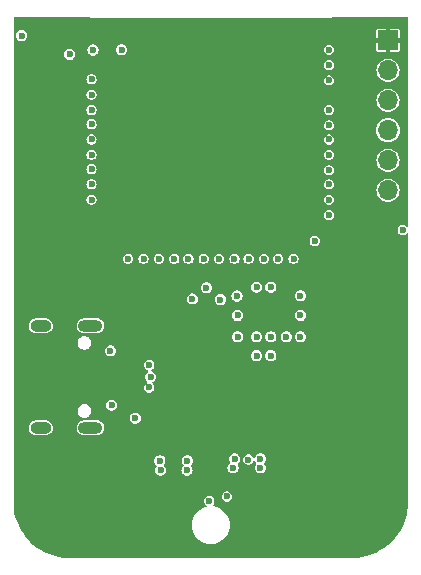
<source format=gbr>
%TF.GenerationSoftware,KiCad,Pcbnew,7.0.5-7.0.5~ubuntu20.04.1*%
%TF.CreationDate,2023-06-26T22:11:10+02:00*%
%TF.ProjectId,ESP32_UniBoard,45535033-325f-4556-9e69-426f6172642e,rev?*%
%TF.SameCoordinates,Original*%
%TF.FileFunction,Copper,L2,Inr*%
%TF.FilePolarity,Positive*%
%FSLAX46Y46*%
G04 Gerber Fmt 4.6, Leading zero omitted, Abs format (unit mm)*
G04 Created by KiCad (PCBNEW 7.0.5-7.0.5~ubuntu20.04.1) date 2023-06-26 22:11:10*
%MOMM*%
%LPD*%
G01*
G04 APERTURE LIST*
%TA.AperFunction,ComponentPad*%
%ADD10R,1.700000X1.700000*%
%TD*%
%TA.AperFunction,ComponentPad*%
%ADD11O,1.700000X1.700000*%
%TD*%
%TA.AperFunction,ComponentPad*%
%ADD12O,2.100000X1.000000*%
%TD*%
%TA.AperFunction,ComponentPad*%
%ADD13O,1.800000X1.000000*%
%TD*%
%TA.AperFunction,ViaPad*%
%ADD14C,0.600000*%
%TD*%
G04 APERTURE END LIST*
D10*
%TO.N,GND*%
%TO.C,J2*%
X136117300Y-52500000D03*
D11*
%TO.N,/ESP_TX*%
X136117300Y-55040000D03*
%TO.N,/ESP_RX*%
X136117300Y-57580000D03*
%TO.N,+3V3*%
X136117300Y-60120000D03*
%TO.N,/EN*%
X136117300Y-62660000D03*
%TO.N,/BOOT*%
X136117300Y-65200000D03*
%TD*%
D12*
%TO.N,unconnected-(J1-SHIELD-PadS1)*%
%TO.C,J1*%
X110929500Y-76683200D03*
D13*
X106729500Y-76683200D03*
D12*
X110929500Y-85323200D03*
D13*
X106729500Y-85323200D03*
%TD*%
D14*
%TO.N,GND*%
X123417300Y-79778200D03*
X116100000Y-89100000D03*
X107017300Y-57103200D03*
X114500000Y-92100000D03*
X128100000Y-92100000D03*
X135467300Y-89303200D03*
X126300000Y-89200000D03*
X105192300Y-57128200D03*
X117400000Y-57600000D03*
X111142300Y-52053200D03*
X113542300Y-52028200D03*
X120776591Y-88923409D03*
X113500000Y-81000000D03*
X117517300Y-60503200D03*
X107217300Y-52153200D03*
X126917300Y-93253700D03*
X117517300Y-59103200D03*
X119492300Y-76328200D03*
X118917300Y-60503200D03*
X109142300Y-52153200D03*
X121717300Y-59103200D03*
X134600000Y-81400000D03*
X112817300Y-84678200D03*
X136000000Y-81400000D03*
X120317300Y-59103200D03*
X124142300Y-82778200D03*
X131092300Y-52028200D03*
X118917300Y-59103200D03*
X121800000Y-57600000D03*
X121717300Y-60503200D03*
X120317300Y-60503200D03*
X121892300Y-76378200D03*
X118917300Y-57603200D03*
X112642300Y-77653200D03*
X121723409Y-87976591D03*
X121700000Y-61900000D03*
X126600000Y-87000000D03*
X120317300Y-61903200D03*
X120317300Y-57603200D03*
X122167300Y-81253200D03*
X111117300Y-74878200D03*
X111142300Y-87178200D03*
X115600000Y-93400000D03*
X117500000Y-61900000D03*
X116058732Y-87893467D03*
X106967300Y-89303200D03*
X118917300Y-61903200D03*
X128667300Y-52028200D03*
X117467300Y-83603200D03*
%TO.N,+3V3*%
X125300000Y-87930497D03*
X119542300Y-74403200D03*
X126200000Y-77600000D03*
X113567300Y-53303200D03*
X121917300Y-74453200D03*
X128686800Y-75800000D03*
X127500000Y-77600000D03*
X126200000Y-79200000D03*
X123124829Y-87940690D03*
X125000000Y-79200000D03*
X109167300Y-53703200D03*
X125000000Y-73400000D03*
X125000000Y-77600000D03*
X105092300Y-52103200D03*
X111142300Y-53328200D03*
X123400000Y-77600000D03*
X123392300Y-75803200D03*
X119100000Y-88900000D03*
X128686800Y-74128200D03*
X128700000Y-77600000D03*
X116869503Y-88900000D03*
X120742300Y-73453200D03*
X123342300Y-74153200D03*
X126200000Y-73400000D03*
%TO.N,/BOOT*%
X129917300Y-69503200D03*
X124300000Y-88000000D03*
%TO.N,VBUS*%
X114715100Y-84493200D03*
X112715100Y-83393200D03*
X116015100Y-80993200D03*
X112615100Y-78793200D03*
%TO.N,+5V*%
X123000000Y-88700000D03*
X116800000Y-88100000D03*
X119117300Y-88100000D03*
X125300000Y-88700000D03*
%TO.N,/ESP_TX*%
X131117300Y-55903200D03*
%TO.N,/ESP_RX*%
X122474414Y-91125586D03*
%TO.N,/GPIO4*%
X111017300Y-55803200D03*
%TO.N,/GPIO5*%
X111017300Y-57103200D03*
%TO.N,/GPIO6*%
X111017300Y-58403200D03*
%TO.N,/GPIO7*%
X111017300Y-59603200D03*
%TO.N,/GPIO15*%
X111017300Y-60903200D03*
%TO.N,/GPIO16*%
X111017300Y-62203200D03*
%TO.N,/GPIO17*%
X111017300Y-63403200D03*
%TO.N,/GPIO18*%
X111017300Y-64703200D03*
%TO.N,/GPIO8*%
X111017300Y-66003200D03*
%TO.N,/GPIO3*%
X114117300Y-71003200D03*
%TO.N,/GPIO46*%
X115417300Y-71003200D03*
%TO.N,/GPIO9*%
X116717300Y-71003200D03*
%TO.N,/GPIO10*%
X118017300Y-71003200D03*
%TO.N,/GPIO11*%
X119217300Y-71003200D03*
%TO.N,/GPIO12*%
X120517300Y-71003200D03*
%TO.N,/GPIO13*%
X121817300Y-71003200D03*
%TO.N,/GPIO14*%
X123117300Y-71003200D03*
%TO.N,/GPIO21*%
X124317300Y-71003200D03*
%TO.N,/GPIO47*%
X125617300Y-71003200D03*
%TO.N,/GPIO48*%
X126817300Y-71003200D03*
%TO.N,/GPIO45*%
X128117300Y-71003200D03*
%TO.N,/GPIO35*%
X131117300Y-67303200D03*
%TO.N,/GPIO36*%
X131117300Y-66003200D03*
%TO.N,/GPIO37*%
X131117300Y-64703200D03*
%TO.N,/GPIO38*%
X131117300Y-63503200D03*
%TO.N,/GPIO39*%
X131117300Y-62203200D03*
%TO.N,/GPIO40*%
X131117300Y-60903200D03*
%TO.N,/GPIO41*%
X131117300Y-59703200D03*
%TO.N,/GPIO42*%
X131117300Y-58403200D03*
%TO.N,/GPIO2*%
X131117300Y-54603200D03*
%TO.N,/GPIO1*%
X120987800Y-91499068D03*
X131117300Y-53303200D03*
X137358900Y-68558900D03*
%TO.N,/DPr_P*%
X115900000Y-81900000D03*
%TO.N,/DPr_N*%
X115900000Y-80000000D03*
%TD*%
%TA.AperFunction,Conductor*%
%TO.N,GND*%
G36*
X110769306Y-50557556D02*
G01*
X110812766Y-50571677D01*
X111014948Y-50603700D01*
X131219652Y-50603700D01*
X131421834Y-50571677D01*
X131465293Y-50557556D01*
X131492797Y-50553200D01*
X137727800Y-50553200D01*
X137785008Y-50574022D01*
X137815448Y-50626745D01*
X137816800Y-50642200D01*
X137816800Y-68191334D01*
X137795978Y-68248542D01*
X137743255Y-68278982D01*
X137683300Y-68268410D01*
X137660539Y-68249618D01*
X137659607Y-68248542D01*
X137643717Y-68230204D01*
X137539575Y-68163276D01*
X137539573Y-68163275D01*
X137539571Y-68163274D01*
X137420798Y-68128400D01*
X137420797Y-68128400D01*
X137297003Y-68128400D01*
X137297001Y-68128400D01*
X137178228Y-68163274D01*
X137074084Y-68230203D01*
X136993014Y-68323763D01*
X136941591Y-68436364D01*
X136923973Y-68558898D01*
X136923973Y-68558901D01*
X136941591Y-68681435D01*
X136993014Y-68794036D01*
X136993015Y-68794037D01*
X136993016Y-68794039D01*
X137074083Y-68887596D01*
X137178225Y-68954524D01*
X137297003Y-68989400D01*
X137297006Y-68989400D01*
X137420794Y-68989400D01*
X137420797Y-68989400D01*
X137539575Y-68954524D01*
X137643717Y-68887596D01*
X137660538Y-68868182D01*
X137713737Y-68838583D01*
X137773517Y-68850104D01*
X137811905Y-68897356D01*
X137816800Y-68926465D01*
X137816800Y-91617835D01*
X137816758Y-91619748D01*
X137807228Y-91838030D01*
X137799002Y-92026437D01*
X137798663Y-92030306D01*
X137745656Y-92432941D01*
X137744984Y-92436753D01*
X137690003Y-92684755D01*
X137657090Y-92833215D01*
X137656085Y-92836967D01*
X137533967Y-93224274D01*
X137532638Y-93227924D01*
X137377238Y-93603095D01*
X137375597Y-93606615D01*
X137188083Y-93966824D01*
X137186141Y-93970188D01*
X136967945Y-94312687D01*
X136965718Y-94315869D01*
X136718514Y-94638030D01*
X136716018Y-94641006D01*
X136441661Y-94940414D01*
X136438914Y-94943161D01*
X136139506Y-95217518D01*
X136136530Y-95220014D01*
X135814369Y-95467218D01*
X135811187Y-95469445D01*
X135468688Y-95687641D01*
X135465324Y-95689583D01*
X135105115Y-95877097D01*
X135101595Y-95878738D01*
X134726424Y-96034138D01*
X134722774Y-96035467D01*
X134335467Y-96157585D01*
X134331715Y-96158590D01*
X134183255Y-96191503D01*
X133935253Y-96246484D01*
X133931441Y-96247156D01*
X133528806Y-96300163D01*
X133524937Y-96300502D01*
X133436502Y-96304363D01*
X133118247Y-96318258D01*
X133116336Y-96318300D01*
X109118264Y-96318300D01*
X109116352Y-96318258D01*
X108780632Y-96303600D01*
X108709662Y-96300502D01*
X108705793Y-96300163D01*
X108303158Y-96247156D01*
X108299350Y-96246484D01*
X107902886Y-96158590D01*
X107899132Y-96157585D01*
X107511825Y-96035467D01*
X107508175Y-96034138D01*
X107133004Y-95878738D01*
X107129484Y-95877097D01*
X106769275Y-95689583D01*
X106765911Y-95687641D01*
X106423412Y-95469445D01*
X106420242Y-95467226D01*
X106232556Y-95323210D01*
X106098069Y-95220014D01*
X106095093Y-95217518D01*
X105795685Y-94943161D01*
X105792938Y-94940414D01*
X105518581Y-94641006D01*
X105516085Y-94638030D01*
X105407760Y-94496859D01*
X105268870Y-94315853D01*
X105266654Y-94312687D01*
X105048458Y-93970188D01*
X105046516Y-93966824D01*
X104859002Y-93606615D01*
X104857361Y-93603095D01*
X104836694Y-93553200D01*
X119511851Y-93553200D01*
X119531617Y-93804350D01*
X119590425Y-94049306D01*
X119686834Y-94282060D01*
X119818461Y-94496856D01*
X119818463Y-94496858D01*
X119818464Y-94496859D01*
X119982076Y-94688424D01*
X119982082Y-94688429D01*
X120173641Y-94852036D01*
X120173643Y-94852038D01*
X120388439Y-94983665D01*
X120388441Y-94983666D01*
X120621189Y-95080073D01*
X120866152Y-95138883D01*
X121054418Y-95153700D01*
X121054424Y-95153700D01*
X121180176Y-95153700D01*
X121180182Y-95153700D01*
X121368448Y-95138883D01*
X121613411Y-95080073D01*
X121846159Y-94983666D01*
X122060959Y-94852036D01*
X122252524Y-94688424D01*
X122416136Y-94496859D01*
X122547766Y-94282059D01*
X122644173Y-94049311D01*
X122702983Y-93804348D01*
X122722749Y-93553200D01*
X122702983Y-93302052D01*
X122644173Y-93057089D01*
X122547766Y-92824341D01*
X122476150Y-92707474D01*
X122416138Y-92609543D01*
X122416136Y-92609541D01*
X122252529Y-92417982D01*
X122252524Y-92417976D01*
X122252517Y-92417970D01*
X122060958Y-92254363D01*
X122060956Y-92254361D01*
X121846160Y-92122734D01*
X121618387Y-92028388D01*
X121613411Y-92026327D01*
X121613410Y-92026326D01*
X121613406Y-92026325D01*
X121368450Y-91967517D01*
X121360257Y-91966872D01*
X121341048Y-91965360D01*
X121285651Y-91940114D01*
X121259443Y-91885164D01*
X121274686Y-91826224D01*
X121280758Y-91818367D01*
X121353684Y-91734207D01*
X121405109Y-91621601D01*
X121422727Y-91499068D01*
X121405109Y-91376535D01*
X121353684Y-91263929D01*
X121272617Y-91170372D01*
X121202930Y-91125587D01*
X122039487Y-91125587D01*
X122057105Y-91248121D01*
X122108528Y-91360722D01*
X122108529Y-91360723D01*
X122108530Y-91360725D01*
X122189597Y-91454282D01*
X122293739Y-91521210D01*
X122412517Y-91556086D01*
X122412520Y-91556086D01*
X122536308Y-91556086D01*
X122536311Y-91556086D01*
X122655089Y-91521210D01*
X122759231Y-91454282D01*
X122840298Y-91360725D01*
X122891723Y-91248119D01*
X122909341Y-91125586D01*
X122906157Y-91103444D01*
X122901143Y-91068568D01*
X122891723Y-91003053D01*
X122840298Y-90890447D01*
X122759231Y-90796890D01*
X122655089Y-90729962D01*
X122655087Y-90729961D01*
X122655085Y-90729960D01*
X122536312Y-90695086D01*
X122536311Y-90695086D01*
X122412517Y-90695086D01*
X122412515Y-90695086D01*
X122293742Y-90729960D01*
X122189598Y-90796889D01*
X122108528Y-90890449D01*
X122057105Y-91003050D01*
X122039487Y-91125584D01*
X122039487Y-91125587D01*
X121202930Y-91125587D01*
X121168475Y-91103444D01*
X121168473Y-91103443D01*
X121168471Y-91103442D01*
X121049698Y-91068568D01*
X121049697Y-91068568D01*
X120925903Y-91068568D01*
X120925901Y-91068568D01*
X120807128Y-91103442D01*
X120702984Y-91170371D01*
X120621914Y-91263931D01*
X120570491Y-91376532D01*
X120552873Y-91499066D01*
X120552873Y-91499069D01*
X120570491Y-91621603D01*
X120621914Y-91734204D01*
X120621915Y-91734205D01*
X120621916Y-91734207D01*
X120702983Y-91827764D01*
X120730258Y-91845293D01*
X120767127Y-91893738D01*
X120764231Y-91954549D01*
X120722923Y-91999270D01*
X120702918Y-92006705D01*
X120621192Y-92026325D01*
X120388439Y-92122734D01*
X120173643Y-92254361D01*
X120173641Y-92254363D01*
X119982082Y-92417970D01*
X119982070Y-92417982D01*
X119818463Y-92609541D01*
X119818461Y-92609543D01*
X119686834Y-92824339D01*
X119590425Y-93057093D01*
X119531617Y-93302049D01*
X119511851Y-93553200D01*
X104836694Y-93553200D01*
X104834217Y-93547221D01*
X104779661Y-93415509D01*
X104701961Y-93227924D01*
X104700632Y-93224274D01*
X104578514Y-92836967D01*
X104577512Y-92833229D01*
X104489610Y-92436731D01*
X104488943Y-92432941D01*
X104435936Y-92030306D01*
X104435598Y-92026455D01*
X104417841Y-91619748D01*
X104417800Y-91617835D01*
X104417800Y-88100001D01*
X116324662Y-88100001D01*
X116343917Y-88233920D01*
X116400118Y-88356985D01*
X116400120Y-88356987D01*
X116414455Y-88373530D01*
X116474662Y-88443013D01*
X116488720Y-88459236D01*
X116492329Y-88461555D01*
X116529200Y-88509997D01*
X116526307Y-88570808D01*
X116511477Y-88594710D01*
X116469624Y-88643011D01*
X116469621Y-88643014D01*
X116413420Y-88766079D01*
X116394165Y-88899998D01*
X116394165Y-88900001D01*
X116413420Y-89033920D01*
X116469621Y-89156985D01*
X116469623Y-89156987D01*
X116558223Y-89259236D01*
X116672040Y-89332383D01*
X116801855Y-89370500D01*
X116801856Y-89370500D01*
X116937150Y-89370500D01*
X116937151Y-89370500D01*
X117066966Y-89332383D01*
X117180783Y-89259236D01*
X117269383Y-89156987D01*
X117325586Y-89033918D01*
X117344841Y-88900001D01*
X118624662Y-88900001D01*
X118643917Y-89033920D01*
X118700118Y-89156985D01*
X118700120Y-89156987D01*
X118788720Y-89259236D01*
X118902537Y-89332383D01*
X119032352Y-89370500D01*
X119032353Y-89370500D01*
X119167647Y-89370500D01*
X119167648Y-89370500D01*
X119297463Y-89332383D01*
X119411280Y-89259236D01*
X119499880Y-89156987D01*
X119556083Y-89033918D01*
X119575338Y-88900000D01*
X119556083Y-88766082D01*
X119556082Y-88766079D01*
X119525906Y-88700001D01*
X122524662Y-88700001D01*
X122543917Y-88833920D01*
X122600118Y-88956985D01*
X122600120Y-88956987D01*
X122688720Y-89059236D01*
X122802537Y-89132383D01*
X122932352Y-89170500D01*
X122932353Y-89170500D01*
X123067647Y-89170500D01*
X123067648Y-89170500D01*
X123197463Y-89132383D01*
X123311280Y-89059236D01*
X123399880Y-88956987D01*
X123456083Y-88833918D01*
X123475338Y-88700000D01*
X123456083Y-88566082D01*
X123456082Y-88566079D01*
X123399881Y-88443014D01*
X123396439Y-88437659D01*
X123397820Y-88436771D01*
X123378735Y-88386808D01*
X123398651Y-88329278D01*
X123419604Y-88310532D01*
X123436109Y-88299926D01*
X123524709Y-88197677D01*
X123529364Y-88187485D01*
X123574457Y-88088742D01*
X123580912Y-88074608D01*
X123591639Y-88000001D01*
X123865073Y-88000001D01*
X123882691Y-88122535D01*
X123934114Y-88235136D01*
X123934115Y-88235137D01*
X123934116Y-88235139D01*
X124015183Y-88328696D01*
X124119325Y-88395624D01*
X124238103Y-88430500D01*
X124238106Y-88430500D01*
X124361894Y-88430500D01*
X124361897Y-88430500D01*
X124480675Y-88395624D01*
X124584817Y-88328696D01*
X124665884Y-88235139D01*
X124712925Y-88132131D01*
X124755631Y-88088742D01*
X124816235Y-88082954D01*
X124866380Y-88117476D01*
X124874840Y-88132130D01*
X124900118Y-88187481D01*
X124900121Y-88187485D01*
X124960326Y-88256965D01*
X124982054Y-88313836D01*
X124962142Y-88371367D01*
X124960327Y-88373530D01*
X124900120Y-88443011D01*
X124900118Y-88443014D01*
X124843917Y-88566079D01*
X124824662Y-88699998D01*
X124824662Y-88700001D01*
X124843917Y-88833920D01*
X124900118Y-88956985D01*
X124900120Y-88956987D01*
X124988720Y-89059236D01*
X125102537Y-89132383D01*
X125232352Y-89170500D01*
X125232353Y-89170500D01*
X125367647Y-89170500D01*
X125367648Y-89170500D01*
X125497463Y-89132383D01*
X125611280Y-89059236D01*
X125699880Y-88956987D01*
X125756083Y-88833918D01*
X125775338Y-88700000D01*
X125756083Y-88566082D01*
X125756082Y-88566079D01*
X125699881Y-88443014D01*
X125699878Y-88443011D01*
X125695240Y-88437659D01*
X125639672Y-88373530D01*
X125617945Y-88316661D01*
X125637857Y-88259129D01*
X125639646Y-88256996D01*
X125699880Y-88187484D01*
X125756083Y-88064415D01*
X125773872Y-87940691D01*
X125775338Y-87930498D01*
X125775338Y-87930495D01*
X125763410Y-87847541D01*
X125756083Y-87796579D01*
X125741598Y-87764861D01*
X125699881Y-87673511D01*
X125699878Y-87673508D01*
X125697967Y-87671303D01*
X125611280Y-87571261D01*
X125608540Y-87569500D01*
X125497464Y-87498114D01*
X125497461Y-87498113D01*
X125402362Y-87470190D01*
X125367648Y-87459997D01*
X125232352Y-87459997D01*
X125102538Y-87498113D01*
X125102535Y-87498114D01*
X124988719Y-87571261D01*
X124900121Y-87673508D01*
X124900118Y-87673512D01*
X124843099Y-87798366D01*
X124800393Y-87841755D01*
X124739789Y-87847541D01*
X124689644Y-87813019D01*
X124681185Y-87798366D01*
X124665884Y-87764861D01*
X124584817Y-87671304D01*
X124480675Y-87604376D01*
X124480673Y-87604375D01*
X124480671Y-87604374D01*
X124361898Y-87569500D01*
X124361897Y-87569500D01*
X124238103Y-87569500D01*
X124238101Y-87569500D01*
X124119328Y-87604374D01*
X124015184Y-87671303D01*
X123934114Y-87764863D01*
X123882691Y-87877464D01*
X123865073Y-87999998D01*
X123865073Y-88000001D01*
X123591639Y-88000001D01*
X123600167Y-87940690D01*
X123598701Y-87930497D01*
X123586123Y-87843014D01*
X123580912Y-87806772D01*
X123580911Y-87806769D01*
X123524710Y-87683704D01*
X123524707Y-87683701D01*
X123515877Y-87673511D01*
X123436109Y-87581454D01*
X123417509Y-87569500D01*
X123322293Y-87508307D01*
X123322290Y-87508306D01*
X123246437Y-87486034D01*
X123192477Y-87470190D01*
X123057181Y-87470190D01*
X122927367Y-87508306D01*
X122927364Y-87508307D01*
X122813548Y-87581454D01*
X122724950Y-87683701D01*
X122724947Y-87683704D01*
X122668746Y-87806769D01*
X122649491Y-87940688D01*
X122649491Y-87940691D01*
X122668746Y-88074610D01*
X122724947Y-88197675D01*
X122728390Y-88203031D01*
X122727009Y-88203918D01*
X122746093Y-88253882D01*
X122726176Y-88311412D01*
X122705224Y-88330156D01*
X122688722Y-88340762D01*
X122688720Y-88340763D01*
X122600121Y-88443011D01*
X122600118Y-88443014D01*
X122543917Y-88566079D01*
X122524662Y-88699998D01*
X122524662Y-88700001D01*
X119525906Y-88700001D01*
X119499881Y-88643014D01*
X119499878Y-88643011D01*
X119435110Y-88568265D01*
X119413382Y-88511395D01*
X119433294Y-88453863D01*
X119435082Y-88451732D01*
X119517180Y-88356987D01*
X119573383Y-88233918D01*
X119592638Y-88100000D01*
X119591019Y-88088742D01*
X119578260Y-88000001D01*
X119573383Y-87966082D01*
X119573382Y-87966079D01*
X119517181Y-87843014D01*
X119517178Y-87843011D01*
X119428580Y-87740764D01*
X119314764Y-87667617D01*
X119314761Y-87667616D01*
X119238908Y-87645344D01*
X119184948Y-87629500D01*
X119049652Y-87629500D01*
X118919838Y-87667616D01*
X118919835Y-87667617D01*
X118806019Y-87740764D01*
X118717421Y-87843011D01*
X118717418Y-87843014D01*
X118661217Y-87966079D01*
X118641962Y-88099998D01*
X118641962Y-88100001D01*
X118661217Y-88233920D01*
X118717418Y-88356985D01*
X118717420Y-88356987D01*
X118731755Y-88373530D01*
X118782189Y-88431734D01*
X118803917Y-88488605D01*
X118784005Y-88546136D01*
X118782190Y-88548300D01*
X118700118Y-88643015D01*
X118643917Y-88766079D01*
X118624662Y-88899998D01*
X118624662Y-88900001D01*
X117344841Y-88900001D01*
X117344841Y-88900000D01*
X117325586Y-88766082D01*
X117325585Y-88766079D01*
X117269384Y-88643014D01*
X117269381Y-88643011D01*
X117180783Y-88540764D01*
X117177170Y-88538442D01*
X117140302Y-88489999D01*
X117143196Y-88429189D01*
X117158024Y-88405290D01*
X117199880Y-88356987D01*
X117256083Y-88233918D01*
X117275338Y-88100000D01*
X117273719Y-88088742D01*
X117260960Y-88000001D01*
X117256083Y-87966082D01*
X117256082Y-87966079D01*
X117199881Y-87843014D01*
X117199878Y-87843011D01*
X117111280Y-87740764D01*
X116997464Y-87667617D01*
X116997461Y-87667616D01*
X116921608Y-87645344D01*
X116867648Y-87629500D01*
X116732352Y-87629500D01*
X116602538Y-87667616D01*
X116602535Y-87667617D01*
X116488719Y-87740764D01*
X116400121Y-87843011D01*
X116400118Y-87843014D01*
X116343917Y-87966079D01*
X116324662Y-88099998D01*
X116324662Y-88100001D01*
X104417800Y-88100001D01*
X104417800Y-85283296D01*
X105695243Y-85283296D01*
X105705244Y-85442274D01*
X105705246Y-85442285D01*
X105754471Y-85593787D01*
X105798855Y-85663724D01*
X105839830Y-85728290D01*
X105955956Y-85837339D01*
X105955961Y-85837342D01*
X105955963Y-85837343D01*
X106033743Y-85880103D01*
X106095553Y-85914083D01*
X106249849Y-85953700D01*
X106249852Y-85953700D01*
X107169163Y-85953700D01*
X107169166Y-85953700D01*
X107169171Y-85953699D01*
X107169175Y-85953699D01*
X107180843Y-85952224D01*
X107287545Y-85938745D01*
X107435660Y-85880103D01*
X107564537Y-85786468D01*
X107666080Y-85663724D01*
X107733907Y-85519584D01*
X107763757Y-85363104D01*
X107758736Y-85283296D01*
X109745243Y-85283296D01*
X109755244Y-85442274D01*
X109755246Y-85442285D01*
X109804471Y-85593787D01*
X109848855Y-85663724D01*
X109889830Y-85728290D01*
X110005956Y-85837339D01*
X110005961Y-85837342D01*
X110005963Y-85837343D01*
X110083743Y-85880103D01*
X110145553Y-85914083D01*
X110299849Y-85953700D01*
X110299852Y-85953700D01*
X111519163Y-85953700D01*
X111519166Y-85953700D01*
X111519171Y-85953699D01*
X111519175Y-85953699D01*
X111530843Y-85952224D01*
X111637545Y-85938745D01*
X111785660Y-85880103D01*
X111914537Y-85786468D01*
X112016080Y-85663724D01*
X112083907Y-85519584D01*
X112113757Y-85363104D01*
X112103754Y-85204117D01*
X112078638Y-85126816D01*
X112054528Y-85052612D01*
X111969171Y-84918112D01*
X111969170Y-84918110D01*
X111853046Y-84809063D01*
X111853044Y-84809061D01*
X111853040Y-84809058D01*
X111853036Y-84809056D01*
X111713450Y-84732318D01*
X111713447Y-84732317D01*
X111559151Y-84692700D01*
X110339834Y-84692700D01*
X110339824Y-84692700D01*
X110232216Y-84706295D01*
X110221455Y-84707655D01*
X110221453Y-84707655D01*
X110073338Y-84766297D01*
X109944465Y-84859929D01*
X109944462Y-84859933D01*
X109842919Y-84982675D01*
X109842919Y-84982676D01*
X109775094Y-85126812D01*
X109745243Y-85283296D01*
X107758736Y-85283296D01*
X107753754Y-85204117D01*
X107728638Y-85126816D01*
X107704528Y-85052612D01*
X107619171Y-84918112D01*
X107619170Y-84918110D01*
X107503046Y-84809063D01*
X107503044Y-84809061D01*
X107503040Y-84809058D01*
X107503036Y-84809056D01*
X107363450Y-84732318D01*
X107363447Y-84732317D01*
X107209151Y-84692700D01*
X106289834Y-84692700D01*
X106289824Y-84692700D01*
X106182216Y-84706295D01*
X106171455Y-84707655D01*
X106171453Y-84707655D01*
X106023338Y-84766297D01*
X105894465Y-84859929D01*
X105894462Y-84859933D01*
X105792919Y-84982675D01*
X105792919Y-84982676D01*
X105725094Y-85126812D01*
X105695243Y-85283296D01*
X104417800Y-85283296D01*
X104417800Y-84493201D01*
X114239762Y-84493201D01*
X114259017Y-84627120D01*
X114315218Y-84750185D01*
X114315220Y-84750187D01*
X114403820Y-84852436D01*
X114517637Y-84925583D01*
X114647452Y-84963700D01*
X114647453Y-84963700D01*
X114782747Y-84963700D01*
X114782748Y-84963700D01*
X114912563Y-84925583D01*
X115026380Y-84852436D01*
X115114980Y-84750187D01*
X115171183Y-84627118D01*
X115190438Y-84493200D01*
X115184785Y-84453887D01*
X115176448Y-84395900D01*
X115171183Y-84359282D01*
X115171182Y-84359279D01*
X115114981Y-84236214D01*
X115114978Y-84236211D01*
X115026380Y-84133964D01*
X114912564Y-84060817D01*
X114912561Y-84060816D01*
X114836708Y-84038544D01*
X114782748Y-84022700D01*
X114647452Y-84022700D01*
X114517638Y-84060816D01*
X114517635Y-84060817D01*
X114403819Y-84133964D01*
X114315221Y-84236211D01*
X114315218Y-84236214D01*
X114259017Y-84359279D01*
X114239762Y-84493198D01*
X114239762Y-84493201D01*
X104417800Y-84493201D01*
X104417800Y-83893199D01*
X109829034Y-83893199D01*
X109848814Y-84043441D01*
X109906799Y-84183427D01*
X109906800Y-84183429D01*
X109906802Y-84183433D01*
X109999049Y-84303651D01*
X110119267Y-84395898D01*
X110119272Y-84395900D01*
X110259259Y-84453885D01*
X110259264Y-84453887D01*
X110371780Y-84468700D01*
X110371787Y-84468700D01*
X110447213Y-84468700D01*
X110447220Y-84468700D01*
X110559736Y-84453887D01*
X110699733Y-84395898D01*
X110819951Y-84303651D01*
X110912198Y-84183433D01*
X110970187Y-84043436D01*
X110989966Y-83893200D01*
X110970187Y-83742964D01*
X110931756Y-83650185D01*
X110912200Y-83602972D01*
X110912198Y-83602967D01*
X110819951Y-83482749D01*
X110819946Y-83482745D01*
X110819945Y-83482744D01*
X110703250Y-83393201D01*
X112239762Y-83393201D01*
X112259017Y-83527120D01*
X112315218Y-83650185D01*
X112315220Y-83650187D01*
X112403820Y-83752436D01*
X112517637Y-83825583D01*
X112647452Y-83863700D01*
X112647453Y-83863700D01*
X112782747Y-83863700D01*
X112782748Y-83863700D01*
X112912563Y-83825583D01*
X113026380Y-83752436D01*
X113114980Y-83650187D01*
X113171183Y-83527118D01*
X113190438Y-83393200D01*
X113190050Y-83390504D01*
X113179582Y-83317700D01*
X113171183Y-83259282D01*
X113171182Y-83259279D01*
X113114981Y-83136214D01*
X113114978Y-83136211D01*
X113026380Y-83033964D01*
X112912564Y-82960817D01*
X112912561Y-82960816D01*
X112836708Y-82938544D01*
X112782748Y-82922700D01*
X112647452Y-82922700D01*
X112517638Y-82960816D01*
X112517635Y-82960817D01*
X112403819Y-83033964D01*
X112315221Y-83136211D01*
X112315218Y-83136214D01*
X112259017Y-83259279D01*
X112239762Y-83393198D01*
X112239762Y-83393201D01*
X110703250Y-83393201D01*
X110703246Y-83393198D01*
X110699733Y-83390502D01*
X110699729Y-83390500D01*
X110699727Y-83390499D01*
X110559740Y-83332514D01*
X110559741Y-83332514D01*
X110559737Y-83332513D01*
X110559736Y-83332513D01*
X110478513Y-83321819D01*
X110447221Y-83317700D01*
X110447220Y-83317700D01*
X110371780Y-83317700D01*
X110371778Y-83317700D01*
X110322811Y-83324146D01*
X110259264Y-83332513D01*
X110259262Y-83332513D01*
X110259259Y-83332514D01*
X110119272Y-83390499D01*
X110119264Y-83390504D01*
X109999054Y-83482744D01*
X109999044Y-83482754D01*
X109906804Y-83602964D01*
X109906799Y-83602972D01*
X109848814Y-83742958D01*
X109829034Y-83893199D01*
X104417800Y-83893199D01*
X104417800Y-81900001D01*
X115465073Y-81900001D01*
X115482691Y-82022535D01*
X115534114Y-82135136D01*
X115534115Y-82135137D01*
X115534116Y-82135139D01*
X115615183Y-82228696D01*
X115719325Y-82295624D01*
X115838103Y-82330500D01*
X115838106Y-82330500D01*
X115961894Y-82330500D01*
X115961897Y-82330500D01*
X116080675Y-82295624D01*
X116184817Y-82228696D01*
X116265884Y-82135139D01*
X116317309Y-82022533D01*
X116334927Y-81900000D01*
X116317309Y-81777467D01*
X116265884Y-81664861D01*
X116184817Y-81571304D01*
X116184814Y-81571302D01*
X116180648Y-81566494D01*
X116183093Y-81564374D01*
X116159329Y-81521686D01*
X116170837Y-81461904D01*
X116207343Y-81429235D01*
X116207208Y-81429025D01*
X116208521Y-81428180D01*
X116210239Y-81426644D01*
X116212559Y-81425584D01*
X116212563Y-81425583D01*
X116326380Y-81352436D01*
X116414980Y-81250187D01*
X116471183Y-81127118D01*
X116490438Y-80993200D01*
X116471183Y-80859282D01*
X116471182Y-80859279D01*
X116414981Y-80736214D01*
X116414978Y-80736211D01*
X116326380Y-80633964D01*
X116212564Y-80560817D01*
X116212562Y-80560816D01*
X116132590Y-80537335D01*
X116083566Y-80501239D01*
X116069212Y-80442076D01*
X116096247Y-80387528D01*
X116109539Y-80377073D01*
X116184817Y-80328696D01*
X116265884Y-80235139D01*
X116317309Y-80122533D01*
X116334927Y-80000000D01*
X116317309Y-79877467D01*
X116265884Y-79764861D01*
X116184817Y-79671304D01*
X116080675Y-79604376D01*
X116080673Y-79604375D01*
X116080671Y-79604374D01*
X115961898Y-79569500D01*
X115961897Y-79569500D01*
X115838103Y-79569500D01*
X115838101Y-79569500D01*
X115719328Y-79604374D01*
X115615184Y-79671303D01*
X115534114Y-79764863D01*
X115482691Y-79877464D01*
X115465073Y-79999998D01*
X115465073Y-80000001D01*
X115482691Y-80122535D01*
X115534114Y-80235136D01*
X115534115Y-80235137D01*
X115534116Y-80235139D01*
X115615183Y-80328696D01*
X115719325Y-80395624D01*
X115776249Y-80412338D01*
X115825274Y-80448433D01*
X115839628Y-80507596D01*
X115812594Y-80562144D01*
X115799294Y-80572604D01*
X115703820Y-80633964D01*
X115615221Y-80736211D01*
X115615218Y-80736214D01*
X115559017Y-80859279D01*
X115539762Y-80993198D01*
X115539762Y-80993201D01*
X115559017Y-81127120D01*
X115615218Y-81250185D01*
X115615220Y-81250187D01*
X115703820Y-81352436D01*
X115712940Y-81358297D01*
X115713282Y-81358517D01*
X115750151Y-81406963D01*
X115747253Y-81467774D01*
X115713281Y-81508259D01*
X115615186Y-81571301D01*
X115534114Y-81664863D01*
X115482691Y-81777464D01*
X115465073Y-81899998D01*
X115465073Y-81900001D01*
X104417800Y-81900001D01*
X104417800Y-78793201D01*
X112139762Y-78793201D01*
X112159017Y-78927120D01*
X112215218Y-79050185D01*
X112215220Y-79050187D01*
X112303820Y-79152436D01*
X112417637Y-79225583D01*
X112547452Y-79263700D01*
X112547453Y-79263700D01*
X112682747Y-79263700D01*
X112682748Y-79263700D01*
X112812563Y-79225583D01*
X112852369Y-79200001D01*
X124524662Y-79200001D01*
X124543917Y-79333920D01*
X124600118Y-79456985D01*
X124600120Y-79456987D01*
X124688720Y-79559236D01*
X124802537Y-79632383D01*
X124932352Y-79670500D01*
X124932353Y-79670500D01*
X125067647Y-79670500D01*
X125067648Y-79670500D01*
X125197463Y-79632383D01*
X125311280Y-79559236D01*
X125399880Y-79456987D01*
X125456083Y-79333918D01*
X125475338Y-79200001D01*
X125724662Y-79200001D01*
X125743917Y-79333920D01*
X125800118Y-79456985D01*
X125800120Y-79456987D01*
X125888720Y-79559236D01*
X126002537Y-79632383D01*
X126132352Y-79670500D01*
X126132353Y-79670500D01*
X126267647Y-79670500D01*
X126267648Y-79670500D01*
X126397463Y-79632383D01*
X126511280Y-79559236D01*
X126599880Y-79456987D01*
X126656083Y-79333918D01*
X126675338Y-79200000D01*
X126656083Y-79066082D01*
X126648824Y-79050187D01*
X126599881Y-78943014D01*
X126599878Y-78943011D01*
X126586108Y-78927120D01*
X126511280Y-78840764D01*
X126437272Y-78793201D01*
X126397464Y-78767617D01*
X126397461Y-78767616D01*
X126321608Y-78745344D01*
X126267648Y-78729500D01*
X126132352Y-78729500D01*
X126002538Y-78767616D01*
X126002535Y-78767617D01*
X125888719Y-78840764D01*
X125800121Y-78943011D01*
X125800118Y-78943014D01*
X125743917Y-79066079D01*
X125724662Y-79199998D01*
X125724662Y-79200001D01*
X125475338Y-79200001D01*
X125475338Y-79200000D01*
X125456083Y-79066082D01*
X125448824Y-79050187D01*
X125399881Y-78943014D01*
X125399878Y-78943011D01*
X125386108Y-78927120D01*
X125311280Y-78840764D01*
X125237272Y-78793201D01*
X125197464Y-78767617D01*
X125197461Y-78767616D01*
X125121608Y-78745344D01*
X125067648Y-78729500D01*
X124932352Y-78729500D01*
X124802538Y-78767616D01*
X124802535Y-78767617D01*
X124688719Y-78840764D01*
X124600121Y-78943011D01*
X124600118Y-78943014D01*
X124543917Y-79066079D01*
X124524662Y-79199998D01*
X124524662Y-79200001D01*
X112852369Y-79200001D01*
X112926380Y-79152436D01*
X113014980Y-79050187D01*
X113071183Y-78927118D01*
X113090438Y-78793200D01*
X113086759Y-78767616D01*
X113081279Y-78729500D01*
X113071183Y-78659282D01*
X113071182Y-78659279D01*
X113014981Y-78536214D01*
X113014978Y-78536211D01*
X113004089Y-78523645D01*
X112926380Y-78433964D01*
X112878874Y-78403433D01*
X112812564Y-78360817D01*
X112812561Y-78360816D01*
X112736708Y-78338544D01*
X112682748Y-78322700D01*
X112547452Y-78322700D01*
X112417638Y-78360816D01*
X112417635Y-78360817D01*
X112303819Y-78433964D01*
X112215221Y-78536211D01*
X112215218Y-78536214D01*
X112159017Y-78659279D01*
X112139762Y-78793198D01*
X112139762Y-78793201D01*
X104417800Y-78793201D01*
X104417800Y-78113199D01*
X109829034Y-78113199D01*
X109848814Y-78263441D01*
X109906799Y-78403427D01*
X109906800Y-78403429D01*
X109906802Y-78403433D01*
X109999049Y-78523651D01*
X110119267Y-78615898D01*
X110119272Y-78615900D01*
X110259259Y-78673885D01*
X110259264Y-78673887D01*
X110371780Y-78688700D01*
X110371787Y-78688700D01*
X110447213Y-78688700D01*
X110447220Y-78688700D01*
X110559736Y-78673887D01*
X110699733Y-78615898D01*
X110819951Y-78523651D01*
X110912198Y-78403433D01*
X110970187Y-78263436D01*
X110989966Y-78113200D01*
X110970187Y-77962964D01*
X110968642Y-77959235D01*
X110912200Y-77822972D01*
X110912198Y-77822967D01*
X110819951Y-77702749D01*
X110819946Y-77702745D01*
X110819945Y-77702744D01*
X110764677Y-77660335D01*
X110699733Y-77610502D01*
X110699729Y-77610500D01*
X110699727Y-77610499D01*
X110674383Y-77600001D01*
X122924662Y-77600001D01*
X122943917Y-77733920D01*
X123000118Y-77856985D01*
X123000120Y-77856987D01*
X123088720Y-77959236D01*
X123202537Y-78032383D01*
X123332352Y-78070500D01*
X123332353Y-78070500D01*
X123467647Y-78070500D01*
X123467648Y-78070500D01*
X123597463Y-78032383D01*
X123711280Y-77959236D01*
X123799880Y-77856987D01*
X123856083Y-77733918D01*
X123873828Y-77610502D01*
X123875338Y-77600001D01*
X124524662Y-77600001D01*
X124543917Y-77733920D01*
X124600118Y-77856985D01*
X124600120Y-77856987D01*
X124688720Y-77959236D01*
X124802537Y-78032383D01*
X124932352Y-78070500D01*
X124932353Y-78070500D01*
X125067647Y-78070500D01*
X125067648Y-78070500D01*
X125197463Y-78032383D01*
X125311280Y-77959236D01*
X125399880Y-77856987D01*
X125456083Y-77733918D01*
X125473828Y-77610502D01*
X125475338Y-77600001D01*
X125724662Y-77600001D01*
X125743917Y-77733920D01*
X125800118Y-77856985D01*
X125800120Y-77856987D01*
X125888720Y-77959236D01*
X126002537Y-78032383D01*
X126132352Y-78070500D01*
X126132353Y-78070500D01*
X126267647Y-78070500D01*
X126267648Y-78070500D01*
X126397463Y-78032383D01*
X126511280Y-77959236D01*
X126599880Y-77856987D01*
X126656083Y-77733918D01*
X126673828Y-77610502D01*
X126675338Y-77600001D01*
X127024662Y-77600001D01*
X127043917Y-77733920D01*
X127100118Y-77856985D01*
X127100120Y-77856987D01*
X127188720Y-77959236D01*
X127302537Y-78032383D01*
X127432352Y-78070500D01*
X127432353Y-78070500D01*
X127567647Y-78070500D01*
X127567648Y-78070500D01*
X127697463Y-78032383D01*
X127811280Y-77959236D01*
X127899880Y-77856987D01*
X127956083Y-77733918D01*
X127973828Y-77610502D01*
X127975338Y-77600001D01*
X128224662Y-77600001D01*
X128243917Y-77733920D01*
X128300118Y-77856985D01*
X128300120Y-77856987D01*
X128388720Y-77959236D01*
X128502537Y-78032383D01*
X128632352Y-78070500D01*
X128632353Y-78070500D01*
X128767647Y-78070500D01*
X128767648Y-78070500D01*
X128897463Y-78032383D01*
X129011280Y-77959236D01*
X129099880Y-77856987D01*
X129156083Y-77733918D01*
X129173828Y-77610502D01*
X129175338Y-77600001D01*
X129175338Y-77599998D01*
X129166380Y-77537700D01*
X129156083Y-77466082D01*
X129156082Y-77466079D01*
X129099881Y-77343014D01*
X129099878Y-77343011D01*
X129040149Y-77274081D01*
X129011280Y-77240764D01*
X128943706Y-77197336D01*
X128897464Y-77167617D01*
X128897461Y-77167616D01*
X128821608Y-77145344D01*
X128767648Y-77129500D01*
X128632352Y-77129500D01*
X128502538Y-77167616D01*
X128502535Y-77167617D01*
X128388719Y-77240764D01*
X128300121Y-77343011D01*
X128300118Y-77343014D01*
X128243917Y-77466079D01*
X128224662Y-77599998D01*
X128224662Y-77600001D01*
X127975338Y-77600001D01*
X127975338Y-77599998D01*
X127966380Y-77537700D01*
X127956083Y-77466082D01*
X127956082Y-77466079D01*
X127899881Y-77343014D01*
X127899878Y-77343011D01*
X127840149Y-77274081D01*
X127811280Y-77240764D01*
X127743706Y-77197336D01*
X127697464Y-77167617D01*
X127697461Y-77167616D01*
X127621608Y-77145344D01*
X127567648Y-77129500D01*
X127432352Y-77129500D01*
X127302538Y-77167616D01*
X127302535Y-77167617D01*
X127188719Y-77240764D01*
X127100121Y-77343011D01*
X127100118Y-77343014D01*
X127043917Y-77466079D01*
X127024662Y-77599998D01*
X127024662Y-77600001D01*
X126675338Y-77600001D01*
X126675338Y-77599998D01*
X126666380Y-77537700D01*
X126656083Y-77466082D01*
X126656082Y-77466079D01*
X126599881Y-77343014D01*
X126599878Y-77343011D01*
X126540149Y-77274081D01*
X126511280Y-77240764D01*
X126443706Y-77197336D01*
X126397464Y-77167617D01*
X126397461Y-77167616D01*
X126321608Y-77145344D01*
X126267648Y-77129500D01*
X126132352Y-77129500D01*
X126002538Y-77167616D01*
X126002535Y-77167617D01*
X125888719Y-77240764D01*
X125800121Y-77343011D01*
X125800118Y-77343014D01*
X125743917Y-77466079D01*
X125724662Y-77599998D01*
X125724662Y-77600001D01*
X125475338Y-77600001D01*
X125475338Y-77599998D01*
X125466380Y-77537700D01*
X125456083Y-77466082D01*
X125456082Y-77466079D01*
X125399881Y-77343014D01*
X125399878Y-77343011D01*
X125340149Y-77274081D01*
X125311280Y-77240764D01*
X125243706Y-77197336D01*
X125197464Y-77167617D01*
X125197461Y-77167616D01*
X125121608Y-77145344D01*
X125067648Y-77129500D01*
X124932352Y-77129500D01*
X124802538Y-77167616D01*
X124802535Y-77167617D01*
X124688719Y-77240764D01*
X124600121Y-77343011D01*
X124600118Y-77343014D01*
X124543917Y-77466079D01*
X124524662Y-77599998D01*
X124524662Y-77600001D01*
X123875338Y-77600001D01*
X123875338Y-77599998D01*
X123866380Y-77537700D01*
X123856083Y-77466082D01*
X123856082Y-77466079D01*
X123799881Y-77343014D01*
X123799878Y-77343011D01*
X123740149Y-77274081D01*
X123711280Y-77240764D01*
X123643706Y-77197336D01*
X123597464Y-77167617D01*
X123597461Y-77167616D01*
X123521608Y-77145344D01*
X123467648Y-77129500D01*
X123332352Y-77129500D01*
X123202538Y-77167616D01*
X123202535Y-77167617D01*
X123088719Y-77240764D01*
X123000121Y-77343011D01*
X123000118Y-77343014D01*
X122943917Y-77466079D01*
X122924662Y-77599998D01*
X122924662Y-77600001D01*
X110674383Y-77600001D01*
X110559740Y-77552514D01*
X110559741Y-77552514D01*
X110559737Y-77552513D01*
X110559736Y-77552513D01*
X110478513Y-77541819D01*
X110447221Y-77537700D01*
X110447220Y-77537700D01*
X110371780Y-77537700D01*
X110371778Y-77537700D01*
X110322811Y-77544146D01*
X110259264Y-77552513D01*
X110259262Y-77552513D01*
X110259259Y-77552514D01*
X110119272Y-77610499D01*
X110119264Y-77610504D01*
X109999054Y-77702744D01*
X109999044Y-77702754D01*
X109906804Y-77822964D01*
X109906799Y-77822972D01*
X109848814Y-77962958D01*
X109829034Y-78113199D01*
X104417800Y-78113199D01*
X104417800Y-76643296D01*
X105695243Y-76643296D01*
X105705244Y-76802274D01*
X105705246Y-76802285D01*
X105754471Y-76953787D01*
X105798855Y-77023724D01*
X105839830Y-77088290D01*
X105955956Y-77197339D01*
X105955961Y-77197342D01*
X105955963Y-77197343D01*
X106033743Y-77240103D01*
X106095553Y-77274083D01*
X106249849Y-77313700D01*
X106249852Y-77313700D01*
X107169163Y-77313700D01*
X107169166Y-77313700D01*
X107169171Y-77313699D01*
X107169175Y-77313699D01*
X107180843Y-77312224D01*
X107287545Y-77298745D01*
X107435660Y-77240103D01*
X107564537Y-77146468D01*
X107666080Y-77023724D01*
X107733907Y-76879584D01*
X107763757Y-76723104D01*
X107758736Y-76643296D01*
X109745243Y-76643296D01*
X109755244Y-76802274D01*
X109755246Y-76802285D01*
X109804471Y-76953787D01*
X109848855Y-77023724D01*
X109889830Y-77088290D01*
X110005956Y-77197339D01*
X110005961Y-77197342D01*
X110005963Y-77197343D01*
X110083743Y-77240103D01*
X110145553Y-77274083D01*
X110299849Y-77313700D01*
X110299852Y-77313700D01*
X111519163Y-77313700D01*
X111519166Y-77313700D01*
X111519171Y-77313699D01*
X111519175Y-77313699D01*
X111530843Y-77312224D01*
X111637545Y-77298745D01*
X111785660Y-77240103D01*
X111914537Y-77146468D01*
X112016080Y-77023724D01*
X112083907Y-76879584D01*
X112113757Y-76723104D01*
X112103754Y-76564117D01*
X112078638Y-76486816D01*
X112054528Y-76412612D01*
X111969171Y-76278112D01*
X111969170Y-76278110D01*
X111853046Y-76169063D01*
X111853044Y-76169061D01*
X111853040Y-76169058D01*
X111853036Y-76169056D01*
X111713450Y-76092318D01*
X111713447Y-76092317D01*
X111559151Y-76052700D01*
X110339834Y-76052700D01*
X110339824Y-76052700D01*
X110232216Y-76066295D01*
X110221455Y-76067655D01*
X110221453Y-76067655D01*
X110073338Y-76126297D01*
X109944465Y-76219929D01*
X109944462Y-76219933D01*
X109842919Y-76342675D01*
X109842919Y-76342676D01*
X109775094Y-76486812D01*
X109745243Y-76643296D01*
X107758736Y-76643296D01*
X107753754Y-76564117D01*
X107728638Y-76486816D01*
X107704528Y-76412612D01*
X107619171Y-76278112D01*
X107619170Y-76278110D01*
X107503046Y-76169063D01*
X107503044Y-76169061D01*
X107503040Y-76169058D01*
X107503036Y-76169056D01*
X107363450Y-76092318D01*
X107363447Y-76092317D01*
X107209151Y-76052700D01*
X106289834Y-76052700D01*
X106289824Y-76052700D01*
X106182216Y-76066295D01*
X106171455Y-76067655D01*
X106171453Y-76067655D01*
X106023338Y-76126297D01*
X105894465Y-76219929D01*
X105894462Y-76219933D01*
X105792919Y-76342675D01*
X105792919Y-76342676D01*
X105725094Y-76486812D01*
X105695243Y-76643296D01*
X104417800Y-76643296D01*
X104417800Y-75803201D01*
X122916962Y-75803201D01*
X122936217Y-75937120D01*
X122992418Y-76060185D01*
X122992420Y-76060187D01*
X123081020Y-76162436D01*
X123091321Y-76169056D01*
X123189857Y-76232383D01*
X123194837Y-76235583D01*
X123324652Y-76273700D01*
X123324653Y-76273700D01*
X123459947Y-76273700D01*
X123459948Y-76273700D01*
X123589763Y-76235583D01*
X123703580Y-76162436D01*
X123792180Y-76060187D01*
X123848383Y-75937118D01*
X123867638Y-75803200D01*
X123867178Y-75800001D01*
X128211462Y-75800001D01*
X128230717Y-75933920D01*
X128286918Y-76056985D01*
X128286920Y-76056987D01*
X128375520Y-76159236D01*
X128390800Y-76169056D01*
X128469964Y-76219933D01*
X128489337Y-76232383D01*
X128619152Y-76270500D01*
X128619153Y-76270500D01*
X128754447Y-76270500D01*
X128754448Y-76270500D01*
X128884263Y-76232383D01*
X128998080Y-76159236D01*
X129086680Y-76056987D01*
X129142883Y-75933918D01*
X129162138Y-75800000D01*
X129142883Y-75666082D01*
X129088142Y-75546214D01*
X129086681Y-75543014D01*
X129086678Y-75543011D01*
X128998080Y-75440764D01*
X128884264Y-75367617D01*
X128884261Y-75367616D01*
X128808408Y-75345344D01*
X128754448Y-75329500D01*
X128619152Y-75329500D01*
X128489338Y-75367616D01*
X128489335Y-75367617D01*
X128375519Y-75440764D01*
X128286921Y-75543011D01*
X128286918Y-75543014D01*
X128230717Y-75666079D01*
X128211462Y-75799998D01*
X128211462Y-75800001D01*
X123867178Y-75800001D01*
X123848383Y-75669282D01*
X123846922Y-75666082D01*
X123792181Y-75546214D01*
X123792178Y-75546211D01*
X123703580Y-75443964D01*
X123589764Y-75370817D01*
X123589761Y-75370816D01*
X123513908Y-75348544D01*
X123459948Y-75332700D01*
X123324652Y-75332700D01*
X123194838Y-75370816D01*
X123194835Y-75370817D01*
X123081019Y-75443964D01*
X122992421Y-75546211D01*
X122992418Y-75546214D01*
X122936217Y-75669279D01*
X122916962Y-75803198D01*
X122916962Y-75803201D01*
X104417800Y-75803201D01*
X104417800Y-74403201D01*
X119066962Y-74403201D01*
X119086217Y-74537120D01*
X119142418Y-74660185D01*
X119142420Y-74660187D01*
X119231020Y-74762436D01*
X119294301Y-74803105D01*
X119308818Y-74812435D01*
X119344837Y-74835583D01*
X119474652Y-74873700D01*
X119474653Y-74873700D01*
X119609947Y-74873700D01*
X119609948Y-74873700D01*
X119739763Y-74835583D01*
X119853580Y-74762436D01*
X119942180Y-74660187D01*
X119998383Y-74537118D01*
X120010449Y-74453201D01*
X121441962Y-74453201D01*
X121461217Y-74587120D01*
X121517418Y-74710185D01*
X121517420Y-74710187D01*
X121606020Y-74812436D01*
X121719837Y-74885583D01*
X121849652Y-74923700D01*
X121849653Y-74923700D01*
X121984947Y-74923700D01*
X121984948Y-74923700D01*
X122114763Y-74885583D01*
X122228580Y-74812436D01*
X122317180Y-74710187D01*
X122373383Y-74587118D01*
X122392638Y-74453200D01*
X122373383Y-74319282D01*
X122373382Y-74319279D01*
X122317181Y-74196214D01*
X122317178Y-74196211D01*
X122279909Y-74153201D01*
X122866962Y-74153201D01*
X122886217Y-74287120D01*
X122942418Y-74410185D01*
X122942420Y-74410187D01*
X123031020Y-74512436D01*
X123144837Y-74585583D01*
X123274652Y-74623700D01*
X123274653Y-74623700D01*
X123409947Y-74623700D01*
X123409948Y-74623700D01*
X123539763Y-74585583D01*
X123653580Y-74512436D01*
X123742180Y-74410187D01*
X123798383Y-74287118D01*
X123817638Y-74153200D01*
X123816633Y-74146213D01*
X123814043Y-74128201D01*
X128211462Y-74128201D01*
X128230717Y-74262120D01*
X128286918Y-74385185D01*
X128286920Y-74385187D01*
X128375520Y-74487436D01*
X128489337Y-74560583D01*
X128619152Y-74598700D01*
X128619153Y-74598700D01*
X128754447Y-74598700D01*
X128754448Y-74598700D01*
X128884263Y-74560583D01*
X128998080Y-74487436D01*
X129086680Y-74385187D01*
X129142883Y-74262118D01*
X129162138Y-74128200D01*
X129157215Y-74093964D01*
X129146698Y-74020816D01*
X129142883Y-73994282D01*
X129110650Y-73923700D01*
X129086681Y-73871214D01*
X129086678Y-73871211D01*
X128998080Y-73768964D01*
X128884264Y-73695817D01*
X128884261Y-73695816D01*
X128808408Y-73673544D01*
X128754448Y-73657700D01*
X128619152Y-73657700D01*
X128489338Y-73695816D01*
X128489335Y-73695817D01*
X128375519Y-73768964D01*
X128286921Y-73871211D01*
X128286918Y-73871214D01*
X128230717Y-73994279D01*
X128211462Y-74128198D01*
X128211462Y-74128201D01*
X123814043Y-74128201D01*
X123809121Y-74093964D01*
X123798383Y-74019282D01*
X123781677Y-73982700D01*
X123742181Y-73896214D01*
X123742178Y-73896211D01*
X123719898Y-73870499D01*
X123653580Y-73793964D01*
X123614680Y-73768964D01*
X123539764Y-73720817D01*
X123539761Y-73720816D01*
X123463908Y-73698544D01*
X123409948Y-73682700D01*
X123274652Y-73682700D01*
X123144838Y-73720816D01*
X123144835Y-73720817D01*
X123031019Y-73793964D01*
X122942421Y-73896211D01*
X122942418Y-73896214D01*
X122886217Y-74019279D01*
X122866962Y-74153198D01*
X122866962Y-74153201D01*
X122279909Y-74153201D01*
X122228580Y-74093964D01*
X122228580Y-74093963D01*
X122114764Y-74020817D01*
X122114761Y-74020816D01*
X122024393Y-73994282D01*
X121984948Y-73982700D01*
X121849652Y-73982700D01*
X121719838Y-74020816D01*
X121719835Y-74020817D01*
X121606019Y-74093964D01*
X121517421Y-74196211D01*
X121517418Y-74196214D01*
X121461217Y-74319279D01*
X121441962Y-74453198D01*
X121441962Y-74453201D01*
X120010449Y-74453201D01*
X120017638Y-74403200D01*
X119998383Y-74269282D01*
X119998382Y-74269279D01*
X119942181Y-74146214D01*
X119942178Y-74146211D01*
X119926571Y-74128200D01*
X119853580Y-74043964D01*
X119776275Y-73994282D01*
X119739764Y-73970817D01*
X119739761Y-73970816D01*
X119663908Y-73948544D01*
X119609948Y-73932700D01*
X119474652Y-73932700D01*
X119344838Y-73970816D01*
X119344835Y-73970817D01*
X119231019Y-74043964D01*
X119142421Y-74146211D01*
X119142418Y-74146214D01*
X119086217Y-74269279D01*
X119066962Y-74403198D01*
X119066962Y-74403201D01*
X104417800Y-74403201D01*
X104417800Y-73453201D01*
X120266962Y-73453201D01*
X120286217Y-73587120D01*
X120342418Y-73710185D01*
X120342420Y-73710187D01*
X120431020Y-73812436D01*
X120544837Y-73885583D01*
X120674652Y-73923700D01*
X120674653Y-73923700D01*
X120809947Y-73923700D01*
X120809948Y-73923700D01*
X120939763Y-73885583D01*
X121053580Y-73812436D01*
X121142180Y-73710187D01*
X121148743Y-73695817D01*
X121198382Y-73587120D01*
X121198381Y-73587120D01*
X121198383Y-73587118D01*
X121217638Y-73453200D01*
X121209989Y-73400001D01*
X124524662Y-73400001D01*
X124543917Y-73533920D01*
X124600118Y-73656985D01*
X124600120Y-73656987D01*
X124688720Y-73759236D01*
X124802537Y-73832383D01*
X124932352Y-73870500D01*
X124932353Y-73870500D01*
X125067647Y-73870500D01*
X125067648Y-73870500D01*
X125197463Y-73832383D01*
X125311280Y-73759236D01*
X125399880Y-73656987D01*
X125456083Y-73533918D01*
X125475338Y-73400001D01*
X125724662Y-73400001D01*
X125743917Y-73533920D01*
X125800118Y-73656985D01*
X125800120Y-73656987D01*
X125888720Y-73759236D01*
X126002537Y-73832383D01*
X126132352Y-73870500D01*
X126132353Y-73870500D01*
X126267647Y-73870500D01*
X126267648Y-73870500D01*
X126397463Y-73832383D01*
X126511280Y-73759236D01*
X126599880Y-73656987D01*
X126656083Y-73533918D01*
X126675338Y-73400000D01*
X126656083Y-73266082D01*
X126624176Y-73196214D01*
X126599881Y-73143014D01*
X126599878Y-73143011D01*
X126511280Y-73040764D01*
X126397464Y-72967617D01*
X126397461Y-72967616D01*
X126321608Y-72945344D01*
X126267648Y-72929500D01*
X126132352Y-72929500D01*
X126002538Y-72967616D01*
X126002535Y-72967617D01*
X125888719Y-73040764D01*
X125800121Y-73143011D01*
X125800118Y-73143014D01*
X125743917Y-73266079D01*
X125724662Y-73399998D01*
X125724662Y-73400001D01*
X125475338Y-73400001D01*
X125475338Y-73400000D01*
X125456083Y-73266082D01*
X125424176Y-73196214D01*
X125399881Y-73143014D01*
X125399878Y-73143011D01*
X125311280Y-73040764D01*
X125197464Y-72967617D01*
X125197461Y-72967616D01*
X125121608Y-72945344D01*
X125067648Y-72929500D01*
X124932352Y-72929500D01*
X124802538Y-72967616D01*
X124802535Y-72967617D01*
X124688719Y-73040764D01*
X124600121Y-73143011D01*
X124600118Y-73143014D01*
X124543917Y-73266079D01*
X124524662Y-73399998D01*
X124524662Y-73400001D01*
X121209989Y-73400001D01*
X121198383Y-73319282D01*
X121174088Y-73266082D01*
X121142181Y-73196214D01*
X121142178Y-73196211D01*
X121096081Y-73143013D01*
X121053580Y-73093964D01*
X120970801Y-73040764D01*
X120939764Y-73020817D01*
X120939761Y-73020816D01*
X120863908Y-72998544D01*
X120809948Y-72982700D01*
X120674652Y-72982700D01*
X120544838Y-73020816D01*
X120544835Y-73020817D01*
X120431019Y-73093964D01*
X120342421Y-73196211D01*
X120342418Y-73196214D01*
X120286217Y-73319279D01*
X120266962Y-73453198D01*
X120266962Y-73453201D01*
X104417800Y-73453201D01*
X104417800Y-71003201D01*
X113682373Y-71003201D01*
X113699991Y-71125735D01*
X113751414Y-71238336D01*
X113751415Y-71238337D01*
X113751416Y-71238339D01*
X113832483Y-71331896D01*
X113936625Y-71398824D01*
X114055403Y-71433700D01*
X114055406Y-71433700D01*
X114179194Y-71433700D01*
X114179197Y-71433700D01*
X114297975Y-71398824D01*
X114402117Y-71331896D01*
X114483184Y-71238339D01*
X114534609Y-71125733D01*
X114552227Y-71003201D01*
X114982373Y-71003201D01*
X114999991Y-71125735D01*
X115051414Y-71238336D01*
X115051415Y-71238337D01*
X115051416Y-71238339D01*
X115132483Y-71331896D01*
X115236625Y-71398824D01*
X115355403Y-71433700D01*
X115355406Y-71433700D01*
X115479194Y-71433700D01*
X115479197Y-71433700D01*
X115597975Y-71398824D01*
X115702117Y-71331896D01*
X115783184Y-71238339D01*
X115834609Y-71125733D01*
X115852227Y-71003201D01*
X116282373Y-71003201D01*
X116299991Y-71125735D01*
X116351414Y-71238336D01*
X116351415Y-71238337D01*
X116351416Y-71238339D01*
X116432483Y-71331896D01*
X116536625Y-71398824D01*
X116655403Y-71433700D01*
X116655406Y-71433700D01*
X116779194Y-71433700D01*
X116779197Y-71433700D01*
X116897975Y-71398824D01*
X117002117Y-71331896D01*
X117083184Y-71238339D01*
X117134609Y-71125733D01*
X117152227Y-71003201D01*
X117582373Y-71003201D01*
X117599991Y-71125735D01*
X117651414Y-71238336D01*
X117651415Y-71238337D01*
X117651416Y-71238339D01*
X117732483Y-71331896D01*
X117836625Y-71398824D01*
X117955403Y-71433700D01*
X117955406Y-71433700D01*
X118079194Y-71433700D01*
X118079197Y-71433700D01*
X118197975Y-71398824D01*
X118302117Y-71331896D01*
X118383184Y-71238339D01*
X118434609Y-71125733D01*
X118452227Y-71003201D01*
X118782373Y-71003201D01*
X118799991Y-71125735D01*
X118851414Y-71238336D01*
X118851415Y-71238337D01*
X118851416Y-71238339D01*
X118932483Y-71331896D01*
X119036625Y-71398824D01*
X119155403Y-71433700D01*
X119155406Y-71433700D01*
X119279194Y-71433700D01*
X119279197Y-71433700D01*
X119397975Y-71398824D01*
X119502117Y-71331896D01*
X119583184Y-71238339D01*
X119634609Y-71125733D01*
X119652227Y-71003201D01*
X120082373Y-71003201D01*
X120099991Y-71125735D01*
X120151414Y-71238336D01*
X120151415Y-71238337D01*
X120151416Y-71238339D01*
X120232483Y-71331896D01*
X120336625Y-71398824D01*
X120455403Y-71433700D01*
X120455406Y-71433700D01*
X120579194Y-71433700D01*
X120579197Y-71433700D01*
X120697975Y-71398824D01*
X120802117Y-71331896D01*
X120883184Y-71238339D01*
X120934609Y-71125733D01*
X120952227Y-71003201D01*
X121382373Y-71003201D01*
X121399991Y-71125735D01*
X121451414Y-71238336D01*
X121451415Y-71238337D01*
X121451416Y-71238339D01*
X121532483Y-71331896D01*
X121636625Y-71398824D01*
X121755403Y-71433700D01*
X121755406Y-71433700D01*
X121879194Y-71433700D01*
X121879197Y-71433700D01*
X121997975Y-71398824D01*
X122102117Y-71331896D01*
X122183184Y-71238339D01*
X122234609Y-71125733D01*
X122252227Y-71003201D01*
X122682373Y-71003201D01*
X122699991Y-71125735D01*
X122751414Y-71238336D01*
X122751415Y-71238337D01*
X122751416Y-71238339D01*
X122832483Y-71331896D01*
X122936625Y-71398824D01*
X123055403Y-71433700D01*
X123055406Y-71433700D01*
X123179194Y-71433700D01*
X123179197Y-71433700D01*
X123297975Y-71398824D01*
X123402117Y-71331896D01*
X123483184Y-71238339D01*
X123534609Y-71125733D01*
X123552227Y-71003201D01*
X123882373Y-71003201D01*
X123899991Y-71125735D01*
X123951414Y-71238336D01*
X123951415Y-71238337D01*
X123951416Y-71238339D01*
X124032483Y-71331896D01*
X124136625Y-71398824D01*
X124255403Y-71433700D01*
X124255406Y-71433700D01*
X124379194Y-71433700D01*
X124379197Y-71433700D01*
X124497975Y-71398824D01*
X124602117Y-71331896D01*
X124683184Y-71238339D01*
X124734609Y-71125733D01*
X124752227Y-71003201D01*
X125182373Y-71003201D01*
X125199991Y-71125735D01*
X125251414Y-71238336D01*
X125251415Y-71238337D01*
X125251416Y-71238339D01*
X125332483Y-71331896D01*
X125436625Y-71398824D01*
X125555403Y-71433700D01*
X125555406Y-71433700D01*
X125679194Y-71433700D01*
X125679197Y-71433700D01*
X125797975Y-71398824D01*
X125902117Y-71331896D01*
X125983184Y-71238339D01*
X126034609Y-71125733D01*
X126052227Y-71003201D01*
X126382373Y-71003201D01*
X126399991Y-71125735D01*
X126451414Y-71238336D01*
X126451415Y-71238337D01*
X126451416Y-71238339D01*
X126532483Y-71331896D01*
X126636625Y-71398824D01*
X126755403Y-71433700D01*
X126755406Y-71433700D01*
X126879194Y-71433700D01*
X126879197Y-71433700D01*
X126997975Y-71398824D01*
X127102117Y-71331896D01*
X127183184Y-71238339D01*
X127234609Y-71125733D01*
X127252227Y-71003201D01*
X127682373Y-71003201D01*
X127699991Y-71125735D01*
X127751414Y-71238336D01*
X127751415Y-71238337D01*
X127751416Y-71238339D01*
X127832483Y-71331896D01*
X127936625Y-71398824D01*
X128055403Y-71433700D01*
X128055406Y-71433700D01*
X128179194Y-71433700D01*
X128179197Y-71433700D01*
X128297975Y-71398824D01*
X128402117Y-71331896D01*
X128483184Y-71238339D01*
X128534609Y-71125733D01*
X128552227Y-71003200D01*
X128534609Y-70880667D01*
X128483184Y-70768061D01*
X128402117Y-70674504D01*
X128297975Y-70607576D01*
X128297973Y-70607575D01*
X128297971Y-70607574D01*
X128179198Y-70572700D01*
X128179197Y-70572700D01*
X128055403Y-70572700D01*
X128055401Y-70572700D01*
X127936628Y-70607574D01*
X127832484Y-70674503D01*
X127751414Y-70768063D01*
X127699991Y-70880664D01*
X127682373Y-71003198D01*
X127682373Y-71003201D01*
X127252227Y-71003201D01*
X127252227Y-71003200D01*
X127234609Y-70880667D01*
X127183184Y-70768061D01*
X127102117Y-70674504D01*
X126997975Y-70607576D01*
X126997973Y-70607575D01*
X126997971Y-70607574D01*
X126879198Y-70572700D01*
X126879197Y-70572700D01*
X126755403Y-70572700D01*
X126755401Y-70572700D01*
X126636628Y-70607574D01*
X126532484Y-70674503D01*
X126451414Y-70768063D01*
X126399991Y-70880664D01*
X126382373Y-71003198D01*
X126382373Y-71003201D01*
X126052227Y-71003201D01*
X126052227Y-71003200D01*
X126034609Y-70880667D01*
X125983184Y-70768061D01*
X125902117Y-70674504D01*
X125797975Y-70607576D01*
X125797973Y-70607575D01*
X125797971Y-70607574D01*
X125679198Y-70572700D01*
X125679197Y-70572700D01*
X125555403Y-70572700D01*
X125555401Y-70572700D01*
X125436628Y-70607574D01*
X125332484Y-70674503D01*
X125251414Y-70768063D01*
X125199991Y-70880664D01*
X125182373Y-71003198D01*
X125182373Y-71003201D01*
X124752227Y-71003201D01*
X124752227Y-71003200D01*
X124734609Y-70880667D01*
X124683184Y-70768061D01*
X124602117Y-70674504D01*
X124497975Y-70607576D01*
X124497973Y-70607575D01*
X124497971Y-70607574D01*
X124379198Y-70572700D01*
X124379197Y-70572700D01*
X124255403Y-70572700D01*
X124255401Y-70572700D01*
X124136628Y-70607574D01*
X124032484Y-70674503D01*
X123951414Y-70768063D01*
X123899991Y-70880664D01*
X123882373Y-71003198D01*
X123882373Y-71003201D01*
X123552227Y-71003201D01*
X123552227Y-71003200D01*
X123534609Y-70880667D01*
X123483184Y-70768061D01*
X123402117Y-70674504D01*
X123297975Y-70607576D01*
X123297973Y-70607575D01*
X123297971Y-70607574D01*
X123179198Y-70572700D01*
X123179197Y-70572700D01*
X123055403Y-70572700D01*
X123055401Y-70572700D01*
X122936628Y-70607574D01*
X122832484Y-70674503D01*
X122751414Y-70768063D01*
X122699991Y-70880664D01*
X122682373Y-71003198D01*
X122682373Y-71003201D01*
X122252227Y-71003201D01*
X122252227Y-71003200D01*
X122234609Y-70880667D01*
X122183184Y-70768061D01*
X122102117Y-70674504D01*
X121997975Y-70607576D01*
X121997973Y-70607575D01*
X121997971Y-70607574D01*
X121879198Y-70572700D01*
X121879197Y-70572700D01*
X121755403Y-70572700D01*
X121755401Y-70572700D01*
X121636628Y-70607574D01*
X121532484Y-70674503D01*
X121451414Y-70768063D01*
X121399991Y-70880664D01*
X121382373Y-71003198D01*
X121382373Y-71003201D01*
X120952227Y-71003201D01*
X120952227Y-71003200D01*
X120934609Y-70880667D01*
X120883184Y-70768061D01*
X120802117Y-70674504D01*
X120697975Y-70607576D01*
X120697973Y-70607575D01*
X120697971Y-70607574D01*
X120579198Y-70572700D01*
X120579197Y-70572700D01*
X120455403Y-70572700D01*
X120455401Y-70572700D01*
X120336628Y-70607574D01*
X120232484Y-70674503D01*
X120151414Y-70768063D01*
X120099991Y-70880664D01*
X120082373Y-71003198D01*
X120082373Y-71003201D01*
X119652227Y-71003201D01*
X119652227Y-71003200D01*
X119634609Y-70880667D01*
X119583184Y-70768061D01*
X119502117Y-70674504D01*
X119397975Y-70607576D01*
X119397973Y-70607575D01*
X119397971Y-70607574D01*
X119279198Y-70572700D01*
X119279197Y-70572700D01*
X119155403Y-70572700D01*
X119155401Y-70572700D01*
X119036628Y-70607574D01*
X118932484Y-70674503D01*
X118851414Y-70768063D01*
X118799991Y-70880664D01*
X118782373Y-71003198D01*
X118782373Y-71003201D01*
X118452227Y-71003201D01*
X118452227Y-71003200D01*
X118434609Y-70880667D01*
X118383184Y-70768061D01*
X118302117Y-70674504D01*
X118197975Y-70607576D01*
X118197973Y-70607575D01*
X118197971Y-70607574D01*
X118079198Y-70572700D01*
X118079197Y-70572700D01*
X117955403Y-70572700D01*
X117955401Y-70572700D01*
X117836628Y-70607574D01*
X117732484Y-70674503D01*
X117651414Y-70768063D01*
X117599991Y-70880664D01*
X117582373Y-71003198D01*
X117582373Y-71003201D01*
X117152227Y-71003201D01*
X117152227Y-71003200D01*
X117134609Y-70880667D01*
X117083184Y-70768061D01*
X117002117Y-70674504D01*
X116897975Y-70607576D01*
X116897973Y-70607575D01*
X116897971Y-70607574D01*
X116779198Y-70572700D01*
X116779197Y-70572700D01*
X116655403Y-70572700D01*
X116655401Y-70572700D01*
X116536628Y-70607574D01*
X116432484Y-70674503D01*
X116351414Y-70768063D01*
X116299991Y-70880664D01*
X116282373Y-71003198D01*
X116282373Y-71003201D01*
X115852227Y-71003201D01*
X115852227Y-71003200D01*
X115834609Y-70880667D01*
X115783184Y-70768061D01*
X115702117Y-70674504D01*
X115597975Y-70607576D01*
X115597973Y-70607575D01*
X115597971Y-70607574D01*
X115479198Y-70572700D01*
X115479197Y-70572700D01*
X115355403Y-70572700D01*
X115355401Y-70572700D01*
X115236628Y-70607574D01*
X115132484Y-70674503D01*
X115051414Y-70768063D01*
X114999991Y-70880664D01*
X114982373Y-71003198D01*
X114982373Y-71003201D01*
X114552227Y-71003201D01*
X114552227Y-71003200D01*
X114534609Y-70880667D01*
X114483184Y-70768061D01*
X114402117Y-70674504D01*
X114297975Y-70607576D01*
X114297973Y-70607575D01*
X114297971Y-70607574D01*
X114179198Y-70572700D01*
X114179197Y-70572700D01*
X114055403Y-70572700D01*
X114055401Y-70572700D01*
X113936628Y-70607574D01*
X113832484Y-70674503D01*
X113751414Y-70768063D01*
X113699991Y-70880664D01*
X113682373Y-71003198D01*
X113682373Y-71003201D01*
X104417800Y-71003201D01*
X104417800Y-69503201D01*
X129482373Y-69503201D01*
X129499991Y-69625735D01*
X129551414Y-69738336D01*
X129551415Y-69738337D01*
X129551416Y-69738339D01*
X129632483Y-69831896D01*
X129736625Y-69898824D01*
X129855403Y-69933700D01*
X129855406Y-69933700D01*
X129979194Y-69933700D01*
X129979197Y-69933700D01*
X130097975Y-69898824D01*
X130202117Y-69831896D01*
X130283184Y-69738339D01*
X130334609Y-69625733D01*
X130352227Y-69503200D01*
X130334609Y-69380667D01*
X130283184Y-69268061D01*
X130202117Y-69174504D01*
X130097975Y-69107576D01*
X130097973Y-69107575D01*
X130097971Y-69107574D01*
X129979198Y-69072700D01*
X129979197Y-69072700D01*
X129855403Y-69072700D01*
X129855401Y-69072700D01*
X129736628Y-69107574D01*
X129632484Y-69174503D01*
X129551414Y-69268063D01*
X129499991Y-69380664D01*
X129482373Y-69503198D01*
X129482373Y-69503201D01*
X104417800Y-69503201D01*
X104417800Y-67303201D01*
X130682373Y-67303201D01*
X130699991Y-67425735D01*
X130751414Y-67538336D01*
X130751415Y-67538337D01*
X130751416Y-67538339D01*
X130832483Y-67631896D01*
X130936625Y-67698824D01*
X131055403Y-67733700D01*
X131055406Y-67733700D01*
X131179194Y-67733700D01*
X131179197Y-67733700D01*
X131297975Y-67698824D01*
X131402117Y-67631896D01*
X131483184Y-67538339D01*
X131534609Y-67425733D01*
X131552227Y-67303200D01*
X131534609Y-67180667D01*
X131483184Y-67068061D01*
X131402117Y-66974504D01*
X131297975Y-66907576D01*
X131297973Y-66907575D01*
X131297971Y-66907574D01*
X131179198Y-66872700D01*
X131179197Y-66872700D01*
X131055403Y-66872700D01*
X131055401Y-66872700D01*
X130936628Y-66907574D01*
X130832484Y-66974503D01*
X130751414Y-67068063D01*
X130699991Y-67180664D01*
X130682373Y-67303198D01*
X130682373Y-67303201D01*
X104417800Y-67303201D01*
X104417800Y-66003201D01*
X110582373Y-66003201D01*
X110599991Y-66125735D01*
X110651414Y-66238336D01*
X110651415Y-66238337D01*
X110651416Y-66238339D01*
X110732483Y-66331896D01*
X110836625Y-66398824D01*
X110955403Y-66433700D01*
X110955406Y-66433700D01*
X111079194Y-66433700D01*
X111079197Y-66433700D01*
X111197975Y-66398824D01*
X111302117Y-66331896D01*
X111383184Y-66238339D01*
X111434609Y-66125733D01*
X111449268Y-66023777D01*
X111452227Y-66003201D01*
X130682373Y-66003201D01*
X130699991Y-66125735D01*
X130751414Y-66238336D01*
X130751415Y-66238337D01*
X130751416Y-66238339D01*
X130832483Y-66331896D01*
X130936625Y-66398824D01*
X131055403Y-66433700D01*
X131055406Y-66433700D01*
X131179194Y-66433700D01*
X131179197Y-66433700D01*
X131297975Y-66398824D01*
X131402117Y-66331896D01*
X131483184Y-66238339D01*
X131534609Y-66125733D01*
X131549268Y-66023777D01*
X131552227Y-66003201D01*
X131552227Y-66003198D01*
X131546309Y-65962044D01*
X131534609Y-65880667D01*
X131483184Y-65768061D01*
X131402117Y-65674504D01*
X131297975Y-65607576D01*
X131297973Y-65607575D01*
X131297971Y-65607574D01*
X131179198Y-65572700D01*
X131179197Y-65572700D01*
X131055403Y-65572700D01*
X131055401Y-65572700D01*
X130936628Y-65607574D01*
X130832484Y-65674503D01*
X130751414Y-65768063D01*
X130699991Y-65880664D01*
X130682373Y-66003198D01*
X130682373Y-66003201D01*
X111452227Y-66003201D01*
X111452227Y-66003198D01*
X111446309Y-65962044D01*
X111434609Y-65880667D01*
X111383184Y-65768061D01*
X111302117Y-65674504D01*
X111197975Y-65607576D01*
X111197973Y-65607575D01*
X111197971Y-65607574D01*
X111079198Y-65572700D01*
X111079197Y-65572700D01*
X110955403Y-65572700D01*
X110955401Y-65572700D01*
X110836628Y-65607574D01*
X110732484Y-65674503D01*
X110651414Y-65768063D01*
X110599991Y-65880664D01*
X110582373Y-66003198D01*
X110582373Y-66003201D01*
X104417800Y-66003201D01*
X104417800Y-65200004D01*
X135132056Y-65200004D01*
X135150985Y-65392203D01*
X135150986Y-65392208D01*
X135150986Y-65392210D01*
X135150987Y-65392212D01*
X135207053Y-65577037D01*
X135207054Y-65577040D01*
X135207055Y-65577041D01*
X135298099Y-65747372D01*
X135407489Y-65880664D01*
X135420627Y-65896673D01*
X135420631Y-65896676D01*
X135569927Y-66019200D01*
X135675555Y-66075659D01*
X135740263Y-66110247D01*
X135925088Y-66166313D01*
X135925093Y-66166313D01*
X135925096Y-66166314D01*
X136117295Y-66185244D01*
X136117300Y-66185244D01*
X136117305Y-66185244D01*
X136309503Y-66166314D01*
X136309504Y-66166313D01*
X136309512Y-66166313D01*
X136494337Y-66110247D01*
X136664672Y-66019200D01*
X136813973Y-65896673D01*
X136936500Y-65747372D01*
X137027547Y-65577037D01*
X137083613Y-65392212D01*
X137102544Y-65200000D01*
X137092579Y-65098825D01*
X137083614Y-65007796D01*
X137083613Y-65007791D01*
X137083613Y-65007788D01*
X137027547Y-64822963D01*
X136963531Y-64703198D01*
X136936500Y-64652627D01*
X136813976Y-64503331D01*
X136813973Y-64503327D01*
X136799982Y-64491845D01*
X136664672Y-64380799D01*
X136494341Y-64289755D01*
X136494340Y-64289754D01*
X136494337Y-64289753D01*
X136309512Y-64233687D01*
X136309510Y-64233686D01*
X136309508Y-64233686D01*
X136309503Y-64233685D01*
X136117305Y-64214756D01*
X136117295Y-64214756D01*
X135925096Y-64233685D01*
X135925091Y-64233686D01*
X135925087Y-64233687D01*
X135925088Y-64233687D01*
X135740263Y-64289753D01*
X135740260Y-64289754D01*
X135740258Y-64289755D01*
X135569927Y-64380799D01*
X135420631Y-64503323D01*
X135420623Y-64503331D01*
X135298099Y-64652627D01*
X135207055Y-64822958D01*
X135207054Y-64822960D01*
X135207053Y-64822963D01*
X135172055Y-64938336D01*
X135150986Y-65007791D01*
X135150985Y-65007796D01*
X135132056Y-65199995D01*
X135132056Y-65200004D01*
X104417800Y-65200004D01*
X104417800Y-64703201D01*
X110582373Y-64703201D01*
X110599991Y-64825735D01*
X110651414Y-64938336D01*
X110651415Y-64938337D01*
X110651416Y-64938339D01*
X110732483Y-65031896D01*
X110836625Y-65098824D01*
X110955403Y-65133700D01*
X110955406Y-65133700D01*
X111079194Y-65133700D01*
X111079197Y-65133700D01*
X111197975Y-65098824D01*
X111302117Y-65031896D01*
X111383184Y-64938339D01*
X111434609Y-64825733D01*
X111452227Y-64703201D01*
X130682373Y-64703201D01*
X130699991Y-64825735D01*
X130751414Y-64938336D01*
X130751415Y-64938337D01*
X130751416Y-64938339D01*
X130832483Y-65031896D01*
X130936625Y-65098824D01*
X131055403Y-65133700D01*
X131055406Y-65133700D01*
X131179194Y-65133700D01*
X131179197Y-65133700D01*
X131297975Y-65098824D01*
X131402117Y-65031896D01*
X131483184Y-64938339D01*
X131534609Y-64825733D01*
X131552227Y-64703200D01*
X131534609Y-64580667D01*
X131499287Y-64503323D01*
X131483185Y-64468063D01*
X131483184Y-64468062D01*
X131483184Y-64468061D01*
X131402117Y-64374504D01*
X131297975Y-64307576D01*
X131297973Y-64307575D01*
X131297971Y-64307574D01*
X131179198Y-64272700D01*
X131179197Y-64272700D01*
X131055403Y-64272700D01*
X131055401Y-64272700D01*
X130936628Y-64307574D01*
X130832484Y-64374503D01*
X130751414Y-64468063D01*
X130699991Y-64580664D01*
X130682373Y-64703198D01*
X130682373Y-64703201D01*
X111452227Y-64703201D01*
X111452227Y-64703200D01*
X111434609Y-64580667D01*
X111399287Y-64503323D01*
X111383185Y-64468063D01*
X111383184Y-64468062D01*
X111383184Y-64468061D01*
X111302117Y-64374504D01*
X111197975Y-64307576D01*
X111197973Y-64307575D01*
X111197971Y-64307574D01*
X111079198Y-64272700D01*
X111079197Y-64272700D01*
X110955403Y-64272700D01*
X110955401Y-64272700D01*
X110836628Y-64307574D01*
X110732484Y-64374503D01*
X110651414Y-64468063D01*
X110599991Y-64580664D01*
X110582373Y-64703198D01*
X110582373Y-64703201D01*
X104417800Y-64703201D01*
X104417800Y-63403201D01*
X110582373Y-63403201D01*
X110599991Y-63525735D01*
X110651414Y-63638336D01*
X110651415Y-63638337D01*
X110651416Y-63638339D01*
X110732483Y-63731896D01*
X110836625Y-63798824D01*
X110955403Y-63833700D01*
X110955406Y-63833700D01*
X111079194Y-63833700D01*
X111079197Y-63833700D01*
X111197975Y-63798824D01*
X111302117Y-63731896D01*
X111383184Y-63638339D01*
X111434609Y-63525733D01*
X111437849Y-63503201D01*
X130682373Y-63503201D01*
X130699991Y-63625735D01*
X130751414Y-63738336D01*
X130751415Y-63738337D01*
X130751416Y-63738339D01*
X130832483Y-63831896D01*
X130936625Y-63898824D01*
X131055403Y-63933700D01*
X131055406Y-63933700D01*
X131179194Y-63933700D01*
X131179197Y-63933700D01*
X131297975Y-63898824D01*
X131402117Y-63831896D01*
X131483184Y-63738339D01*
X131534609Y-63625733D01*
X131552227Y-63503200D01*
X131534609Y-63380667D01*
X131523651Y-63356673D01*
X131483185Y-63268063D01*
X131483184Y-63268062D01*
X131483184Y-63268061D01*
X131402117Y-63174504D01*
X131297975Y-63107576D01*
X131297973Y-63107575D01*
X131297971Y-63107574D01*
X131179198Y-63072700D01*
X131179197Y-63072700D01*
X131055403Y-63072700D01*
X131055401Y-63072700D01*
X130936628Y-63107574D01*
X130832484Y-63174503D01*
X130751414Y-63268063D01*
X130699991Y-63380664D01*
X130682373Y-63503198D01*
X130682373Y-63503201D01*
X111437849Y-63503201D01*
X111452227Y-63403200D01*
X111434609Y-63280667D01*
X111383184Y-63168061D01*
X111302117Y-63074504D01*
X111197975Y-63007576D01*
X111197973Y-63007575D01*
X111197971Y-63007574D01*
X111079198Y-62972700D01*
X111079197Y-62972700D01*
X110955403Y-62972700D01*
X110955401Y-62972700D01*
X110836628Y-63007574D01*
X110732484Y-63074503D01*
X110651414Y-63168063D01*
X110599991Y-63280664D01*
X110582373Y-63403198D01*
X110582373Y-63403201D01*
X104417800Y-63403201D01*
X104417800Y-62660004D01*
X135132056Y-62660004D01*
X135150985Y-62852203D01*
X135150986Y-62852208D01*
X135150986Y-62852210D01*
X135150987Y-62852212D01*
X135207053Y-63037037D01*
X135207054Y-63037040D01*
X135207055Y-63037041D01*
X135298099Y-63207372D01*
X135358251Y-63280667D01*
X135420627Y-63356673D01*
X135420631Y-63356676D01*
X135569927Y-63479200D01*
X135614828Y-63503200D01*
X135740263Y-63570247D01*
X135925088Y-63626313D01*
X135925093Y-63626313D01*
X135925096Y-63626314D01*
X136117295Y-63645244D01*
X136117300Y-63645244D01*
X136117305Y-63645244D01*
X136309503Y-63626314D01*
X136309504Y-63626313D01*
X136309512Y-63626313D01*
X136494337Y-63570247D01*
X136664672Y-63479200D01*
X136813973Y-63356673D01*
X136936500Y-63207372D01*
X137027547Y-63037037D01*
X137083613Y-62852212D01*
X137102544Y-62660000D01*
X137083613Y-62467788D01*
X137027547Y-62282963D01*
X136984911Y-62203198D01*
X136936500Y-62112627D01*
X136845367Y-62001581D01*
X136813973Y-61963327D01*
X136799982Y-61951845D01*
X136664672Y-61840799D01*
X136494341Y-61749755D01*
X136494340Y-61749754D01*
X136494337Y-61749753D01*
X136309512Y-61693687D01*
X136309510Y-61693686D01*
X136309508Y-61693686D01*
X136309503Y-61693685D01*
X136117305Y-61674756D01*
X136117295Y-61674756D01*
X135925096Y-61693685D01*
X135925091Y-61693686D01*
X135925087Y-61693687D01*
X135925088Y-61693687D01*
X135740263Y-61749753D01*
X135740260Y-61749754D01*
X135740258Y-61749755D01*
X135569927Y-61840799D01*
X135420631Y-61963323D01*
X135420623Y-61963331D01*
X135298099Y-62112627D01*
X135207055Y-62282958D01*
X135207054Y-62282960D01*
X135207053Y-62282963D01*
X135159921Y-62438336D01*
X135150986Y-62467791D01*
X135150985Y-62467796D01*
X135132056Y-62659995D01*
X135132056Y-62660004D01*
X104417800Y-62660004D01*
X104417800Y-62203201D01*
X110582373Y-62203201D01*
X110599991Y-62325735D01*
X110651414Y-62438336D01*
X110651415Y-62438337D01*
X110651416Y-62438339D01*
X110732483Y-62531896D01*
X110836625Y-62598824D01*
X110955403Y-62633700D01*
X110955406Y-62633700D01*
X111079194Y-62633700D01*
X111079197Y-62633700D01*
X111197975Y-62598824D01*
X111302117Y-62531896D01*
X111383184Y-62438339D01*
X111434609Y-62325733D01*
X111452227Y-62203201D01*
X130682373Y-62203201D01*
X130699991Y-62325735D01*
X130751414Y-62438336D01*
X130751415Y-62438337D01*
X130751416Y-62438339D01*
X130832483Y-62531896D01*
X130936625Y-62598824D01*
X131055403Y-62633700D01*
X131055406Y-62633700D01*
X131179194Y-62633700D01*
X131179197Y-62633700D01*
X131297975Y-62598824D01*
X131402117Y-62531896D01*
X131483184Y-62438339D01*
X131534609Y-62325733D01*
X131552227Y-62203200D01*
X131534609Y-62080667D01*
X131483184Y-61968061D01*
X131402117Y-61874504D01*
X131297975Y-61807576D01*
X131297973Y-61807575D01*
X131297971Y-61807574D01*
X131179198Y-61772700D01*
X131179197Y-61772700D01*
X131055403Y-61772700D01*
X131055401Y-61772700D01*
X130936628Y-61807574D01*
X130832484Y-61874503D01*
X130751414Y-61968063D01*
X130699991Y-62080664D01*
X130682373Y-62203198D01*
X130682373Y-62203201D01*
X111452227Y-62203201D01*
X111452227Y-62203200D01*
X111434609Y-62080667D01*
X111383184Y-61968061D01*
X111302117Y-61874504D01*
X111197975Y-61807576D01*
X111197973Y-61807575D01*
X111197971Y-61807574D01*
X111079198Y-61772700D01*
X111079197Y-61772700D01*
X110955403Y-61772700D01*
X110955401Y-61772700D01*
X110836628Y-61807574D01*
X110732484Y-61874503D01*
X110651414Y-61968063D01*
X110599991Y-62080664D01*
X110582373Y-62203198D01*
X110582373Y-62203201D01*
X104417800Y-62203201D01*
X104417800Y-60903201D01*
X110582373Y-60903201D01*
X110599991Y-61025735D01*
X110651414Y-61138336D01*
X110651415Y-61138337D01*
X110651416Y-61138339D01*
X110732483Y-61231896D01*
X110836625Y-61298824D01*
X110955403Y-61333700D01*
X110955406Y-61333700D01*
X111079194Y-61333700D01*
X111079197Y-61333700D01*
X111197975Y-61298824D01*
X111302117Y-61231896D01*
X111383184Y-61138339D01*
X111434609Y-61025733D01*
X111452227Y-60903201D01*
X130682373Y-60903201D01*
X130699991Y-61025735D01*
X130751414Y-61138336D01*
X130751415Y-61138337D01*
X130751416Y-61138339D01*
X130832483Y-61231896D01*
X130936625Y-61298824D01*
X131055403Y-61333700D01*
X131055406Y-61333700D01*
X131179194Y-61333700D01*
X131179197Y-61333700D01*
X131297975Y-61298824D01*
X131402117Y-61231896D01*
X131483184Y-61138339D01*
X131534609Y-61025733D01*
X131552227Y-60903200D01*
X131534609Y-60780667D01*
X131493067Y-60689703D01*
X131483185Y-60668063D01*
X131483184Y-60668062D01*
X131483184Y-60668061D01*
X131402117Y-60574504D01*
X131297975Y-60507576D01*
X131297973Y-60507575D01*
X131297971Y-60507574D01*
X131179198Y-60472700D01*
X131179197Y-60472700D01*
X131055403Y-60472700D01*
X131055401Y-60472700D01*
X130936628Y-60507574D01*
X130832484Y-60574503D01*
X130751414Y-60668063D01*
X130699991Y-60780664D01*
X130682373Y-60903198D01*
X130682373Y-60903201D01*
X111452227Y-60903201D01*
X111452227Y-60903200D01*
X111434609Y-60780667D01*
X111393067Y-60689703D01*
X111383185Y-60668063D01*
X111383184Y-60668062D01*
X111383184Y-60668061D01*
X111302117Y-60574504D01*
X111197975Y-60507576D01*
X111197973Y-60507575D01*
X111197971Y-60507574D01*
X111079198Y-60472700D01*
X111079197Y-60472700D01*
X110955403Y-60472700D01*
X110955401Y-60472700D01*
X110836628Y-60507574D01*
X110732484Y-60574503D01*
X110651414Y-60668063D01*
X110599991Y-60780664D01*
X110582373Y-60903198D01*
X110582373Y-60903201D01*
X104417800Y-60903201D01*
X104417800Y-59603201D01*
X110582373Y-59603201D01*
X110599991Y-59725735D01*
X110651414Y-59838336D01*
X110651415Y-59838337D01*
X110651416Y-59838339D01*
X110732483Y-59931896D01*
X110836625Y-59998824D01*
X110955403Y-60033700D01*
X110955406Y-60033700D01*
X111079194Y-60033700D01*
X111079197Y-60033700D01*
X111197975Y-59998824D01*
X111302117Y-59931896D01*
X111383184Y-59838339D01*
X111434609Y-59725733D01*
X111437849Y-59703201D01*
X130682373Y-59703201D01*
X130699991Y-59825735D01*
X130751414Y-59938336D01*
X130751415Y-59938337D01*
X130751416Y-59938339D01*
X130832483Y-60031896D01*
X130936625Y-60098824D01*
X131055403Y-60133700D01*
X131055406Y-60133700D01*
X131179194Y-60133700D01*
X131179197Y-60133700D01*
X131225845Y-60120003D01*
X135091862Y-60120003D01*
X135111564Y-60320045D01*
X135111566Y-60320053D01*
X135169918Y-60512416D01*
X135264678Y-60689703D01*
X135392201Y-60845088D01*
X135392206Y-60845094D01*
X135392211Y-60845098D01*
X135547596Y-60972621D01*
X135636239Y-61020001D01*
X135724882Y-61067381D01*
X135917247Y-61125734D01*
X135917251Y-61125734D01*
X135917254Y-61125735D01*
X136117296Y-61145438D01*
X136117300Y-61145438D01*
X136117304Y-61145438D01*
X136317345Y-61125735D01*
X136317346Y-61125734D01*
X136317353Y-61125734D01*
X136509718Y-61067381D01*
X136687003Y-60972621D01*
X136842394Y-60845094D01*
X136969921Y-60689703D01*
X137064681Y-60512418D01*
X137123034Y-60320053D01*
X137142738Y-60120000D01*
X137140652Y-60098825D01*
X137123035Y-59919954D01*
X137123034Y-59919951D01*
X137123034Y-59919947D01*
X137064681Y-59727582D01*
X136986154Y-59580667D01*
X136969921Y-59550296D01*
X136842398Y-59394911D01*
X136842394Y-59394906D01*
X136842388Y-59394901D01*
X136687003Y-59267378D01*
X136521161Y-59178735D01*
X136509718Y-59172619D01*
X136509717Y-59172618D01*
X136509716Y-59172618D01*
X136317353Y-59114266D01*
X136317345Y-59114264D01*
X136117304Y-59094562D01*
X136117296Y-59094562D01*
X135917254Y-59114264D01*
X135917246Y-59114266D01*
X135724883Y-59172618D01*
X135547596Y-59267378D01*
X135392211Y-59394901D01*
X135392201Y-59394911D01*
X135264678Y-59550296D01*
X135169918Y-59727583D01*
X135111566Y-59919946D01*
X135111564Y-59919954D01*
X135091862Y-60119996D01*
X135091862Y-60120003D01*
X131225845Y-60120003D01*
X131297975Y-60098824D01*
X131402117Y-60031896D01*
X131483184Y-59938339D01*
X131534609Y-59825733D01*
X131552227Y-59703200D01*
X131534609Y-59580667D01*
X131483184Y-59468061D01*
X131402117Y-59374504D01*
X131297975Y-59307576D01*
X131297973Y-59307575D01*
X131297971Y-59307574D01*
X131179198Y-59272700D01*
X131179197Y-59272700D01*
X131055403Y-59272700D01*
X131055401Y-59272700D01*
X130936628Y-59307574D01*
X130832484Y-59374503D01*
X130751414Y-59468063D01*
X130699991Y-59580664D01*
X130682373Y-59703198D01*
X130682373Y-59703201D01*
X111437849Y-59703201D01*
X111452227Y-59603200D01*
X111434609Y-59480667D01*
X111383184Y-59368061D01*
X111302117Y-59274504D01*
X111197975Y-59207576D01*
X111197973Y-59207575D01*
X111197971Y-59207574D01*
X111079198Y-59172700D01*
X111079197Y-59172700D01*
X110955403Y-59172700D01*
X110955401Y-59172700D01*
X110836628Y-59207574D01*
X110732484Y-59274503D01*
X110651414Y-59368063D01*
X110599991Y-59480664D01*
X110582373Y-59603198D01*
X110582373Y-59603201D01*
X104417800Y-59603201D01*
X104417800Y-58403201D01*
X110582373Y-58403201D01*
X110599991Y-58525735D01*
X110651414Y-58638336D01*
X110651415Y-58638337D01*
X110651416Y-58638339D01*
X110732483Y-58731896D01*
X110836625Y-58798824D01*
X110955403Y-58833700D01*
X110955406Y-58833700D01*
X111079194Y-58833700D01*
X111079197Y-58833700D01*
X111197975Y-58798824D01*
X111302117Y-58731896D01*
X111383184Y-58638339D01*
X111434609Y-58525733D01*
X111452227Y-58403201D01*
X130682373Y-58403201D01*
X130699991Y-58525735D01*
X130751414Y-58638336D01*
X130751415Y-58638337D01*
X130751416Y-58638339D01*
X130832483Y-58731896D01*
X130936625Y-58798824D01*
X131055403Y-58833700D01*
X131055406Y-58833700D01*
X131179194Y-58833700D01*
X131179197Y-58833700D01*
X131297975Y-58798824D01*
X131402117Y-58731896D01*
X131483184Y-58638339D01*
X131534609Y-58525733D01*
X131552227Y-58403200D01*
X131534609Y-58280667D01*
X131532786Y-58276676D01*
X131483185Y-58168063D01*
X131483184Y-58168062D01*
X131483184Y-58168061D01*
X131402117Y-58074504D01*
X131297975Y-58007576D01*
X131297973Y-58007575D01*
X131297971Y-58007574D01*
X131179198Y-57972700D01*
X131179197Y-57972700D01*
X131055403Y-57972700D01*
X131055401Y-57972700D01*
X130936628Y-58007574D01*
X130832484Y-58074503D01*
X130751414Y-58168063D01*
X130699991Y-58280664D01*
X130682373Y-58403198D01*
X130682373Y-58403201D01*
X111452227Y-58403201D01*
X111452227Y-58403200D01*
X111434609Y-58280667D01*
X111432786Y-58276676D01*
X111383185Y-58168063D01*
X111383184Y-58168062D01*
X111383184Y-58168061D01*
X111302117Y-58074504D01*
X111197975Y-58007576D01*
X111197973Y-58007575D01*
X111197971Y-58007574D01*
X111079198Y-57972700D01*
X111079197Y-57972700D01*
X110955403Y-57972700D01*
X110955401Y-57972700D01*
X110836628Y-58007574D01*
X110732484Y-58074503D01*
X110651414Y-58168063D01*
X110599991Y-58280664D01*
X110582373Y-58403198D01*
X110582373Y-58403201D01*
X104417800Y-58403201D01*
X104417800Y-57580004D01*
X135132056Y-57580004D01*
X135150985Y-57772203D01*
X135150986Y-57772208D01*
X135150986Y-57772210D01*
X135150987Y-57772212D01*
X135207053Y-57957037D01*
X135207054Y-57957040D01*
X135207055Y-57957041D01*
X135298099Y-58127372D01*
X135409145Y-58262682D01*
X135420627Y-58276673D01*
X135420631Y-58276676D01*
X135569927Y-58399200D01*
X135675555Y-58455659D01*
X135740263Y-58490247D01*
X135925088Y-58546313D01*
X135925093Y-58546313D01*
X135925096Y-58546314D01*
X136117295Y-58565244D01*
X136117300Y-58565244D01*
X136117305Y-58565244D01*
X136309503Y-58546314D01*
X136309504Y-58546313D01*
X136309512Y-58546313D01*
X136494337Y-58490247D01*
X136664672Y-58399200D01*
X136813973Y-58276673D01*
X136936500Y-58127372D01*
X137027547Y-57957037D01*
X137083613Y-57772212D01*
X137102544Y-57580000D01*
X137083613Y-57387788D01*
X137027547Y-57202963D01*
X136992959Y-57138255D01*
X136936500Y-57032627D01*
X136813976Y-56883331D01*
X136813973Y-56883327D01*
X136795371Y-56868061D01*
X136664672Y-56760799D01*
X136494341Y-56669755D01*
X136494340Y-56669754D01*
X136494337Y-56669753D01*
X136309512Y-56613687D01*
X136309510Y-56613686D01*
X136309508Y-56613686D01*
X136309503Y-56613685D01*
X136117305Y-56594756D01*
X136117295Y-56594756D01*
X135925096Y-56613685D01*
X135925091Y-56613686D01*
X135925087Y-56613687D01*
X135925088Y-56613687D01*
X135740263Y-56669753D01*
X135740260Y-56669754D01*
X135740258Y-56669755D01*
X135569927Y-56760799D01*
X135420631Y-56883323D01*
X135420623Y-56883331D01*
X135298099Y-57032627D01*
X135207055Y-57202958D01*
X135207054Y-57202960D01*
X135207053Y-57202963D01*
X135165988Y-57338336D01*
X135150986Y-57387791D01*
X135150985Y-57387796D01*
X135132056Y-57579995D01*
X135132056Y-57580004D01*
X104417800Y-57580004D01*
X104417800Y-57103201D01*
X110582373Y-57103201D01*
X110599991Y-57225735D01*
X110651414Y-57338336D01*
X110651415Y-57338337D01*
X110651416Y-57338339D01*
X110732483Y-57431896D01*
X110836625Y-57498824D01*
X110955403Y-57533700D01*
X110955406Y-57533700D01*
X111079194Y-57533700D01*
X111079197Y-57533700D01*
X111197975Y-57498824D01*
X111302117Y-57431896D01*
X111383184Y-57338339D01*
X111434609Y-57225733D01*
X111452227Y-57103200D01*
X111434609Y-56980667D01*
X111383184Y-56868061D01*
X111302117Y-56774504D01*
X111197975Y-56707576D01*
X111197973Y-56707575D01*
X111197971Y-56707574D01*
X111079198Y-56672700D01*
X111079197Y-56672700D01*
X110955403Y-56672700D01*
X110955401Y-56672700D01*
X110836628Y-56707574D01*
X110732484Y-56774503D01*
X110651414Y-56868063D01*
X110599991Y-56980664D01*
X110582373Y-57103198D01*
X110582373Y-57103201D01*
X104417800Y-57103201D01*
X104417800Y-55803201D01*
X110582373Y-55803201D01*
X110599991Y-55925735D01*
X110651414Y-56038336D01*
X110651415Y-56038337D01*
X110651416Y-56038339D01*
X110732483Y-56131896D01*
X110836625Y-56198824D01*
X110955403Y-56233700D01*
X110955406Y-56233700D01*
X111079194Y-56233700D01*
X111079197Y-56233700D01*
X111197975Y-56198824D01*
X111302117Y-56131896D01*
X111383184Y-56038339D01*
X111434609Y-55925733D01*
X111437849Y-55903201D01*
X130682373Y-55903201D01*
X130699991Y-56025735D01*
X130751414Y-56138336D01*
X130751415Y-56138337D01*
X130751416Y-56138339D01*
X130832483Y-56231896D01*
X130936625Y-56298824D01*
X131055403Y-56333700D01*
X131055406Y-56333700D01*
X131179194Y-56333700D01*
X131179197Y-56333700D01*
X131297975Y-56298824D01*
X131402117Y-56231896D01*
X131483184Y-56138339D01*
X131534609Y-56025733D01*
X131552227Y-55903200D01*
X131534609Y-55780667D01*
X131483184Y-55668061D01*
X131402117Y-55574504D01*
X131297975Y-55507576D01*
X131297973Y-55507575D01*
X131297971Y-55507574D01*
X131179198Y-55472700D01*
X131179197Y-55472700D01*
X131055403Y-55472700D01*
X131055401Y-55472700D01*
X130936628Y-55507574D01*
X130832484Y-55574503D01*
X130751414Y-55668063D01*
X130699991Y-55780664D01*
X130682373Y-55903198D01*
X130682373Y-55903201D01*
X111437849Y-55903201D01*
X111452227Y-55803200D01*
X111434609Y-55680667D01*
X111383184Y-55568061D01*
X111302117Y-55474504D01*
X111197975Y-55407576D01*
X111197973Y-55407575D01*
X111197971Y-55407574D01*
X111079198Y-55372700D01*
X111079197Y-55372700D01*
X110955403Y-55372700D01*
X110955401Y-55372700D01*
X110836628Y-55407574D01*
X110732484Y-55474503D01*
X110651414Y-55568063D01*
X110599991Y-55680664D01*
X110582373Y-55803198D01*
X110582373Y-55803201D01*
X104417800Y-55803201D01*
X104417800Y-55040004D01*
X135132056Y-55040004D01*
X135150985Y-55232203D01*
X135150986Y-55232208D01*
X135150986Y-55232210D01*
X135150987Y-55232212D01*
X135207053Y-55417037D01*
X135207054Y-55417040D01*
X135207055Y-55417041D01*
X135298099Y-55587372D01*
X135409145Y-55722682D01*
X135420627Y-55736673D01*
X135420631Y-55736676D01*
X135569927Y-55859200D01*
X135652245Y-55903200D01*
X135740263Y-55950247D01*
X135925088Y-56006313D01*
X135925093Y-56006313D01*
X135925096Y-56006314D01*
X136117295Y-56025244D01*
X136117300Y-56025244D01*
X136117305Y-56025244D01*
X136309503Y-56006314D01*
X136309504Y-56006313D01*
X136309512Y-56006313D01*
X136494337Y-55950247D01*
X136664672Y-55859200D01*
X136813973Y-55736673D01*
X136936500Y-55587372D01*
X137027547Y-55417037D01*
X137083613Y-55232212D01*
X137102544Y-55040000D01*
X137101923Y-55033699D01*
X137083614Y-54847796D01*
X137083613Y-54847791D01*
X137083613Y-54847788D01*
X137027547Y-54662963D01*
X136992959Y-54598255D01*
X136936500Y-54492627D01*
X136813976Y-54343331D01*
X136813973Y-54343327D01*
X136799982Y-54331845D01*
X136664672Y-54220799D01*
X136494341Y-54129755D01*
X136494340Y-54129754D01*
X136494337Y-54129753D01*
X136309512Y-54073687D01*
X136309510Y-54073686D01*
X136309508Y-54073686D01*
X136309503Y-54073685D01*
X136117305Y-54054756D01*
X136117295Y-54054756D01*
X135925096Y-54073685D01*
X135925091Y-54073686D01*
X135925087Y-54073687D01*
X135925088Y-54073687D01*
X135740263Y-54129753D01*
X135740260Y-54129754D01*
X135740258Y-54129755D01*
X135569927Y-54220799D01*
X135420631Y-54343323D01*
X135420623Y-54343331D01*
X135298099Y-54492627D01*
X135207055Y-54662958D01*
X135207054Y-54662960D01*
X135207053Y-54662963D01*
X135159785Y-54818783D01*
X135150986Y-54847791D01*
X135150985Y-54847796D01*
X135132056Y-55039995D01*
X135132056Y-55040004D01*
X104417800Y-55040004D01*
X104417800Y-54603201D01*
X130682373Y-54603201D01*
X130699991Y-54725735D01*
X130751414Y-54838336D01*
X130751415Y-54838337D01*
X130751416Y-54838339D01*
X130832483Y-54931896D01*
X130936625Y-54998824D01*
X131055403Y-55033700D01*
X131055406Y-55033700D01*
X131179194Y-55033700D01*
X131179197Y-55033700D01*
X131297975Y-54998824D01*
X131402117Y-54931896D01*
X131483184Y-54838339D01*
X131534609Y-54725733D01*
X131552227Y-54603200D01*
X131534609Y-54480667D01*
X131483184Y-54368061D01*
X131402117Y-54274504D01*
X131297975Y-54207576D01*
X131297973Y-54207575D01*
X131297971Y-54207574D01*
X131179198Y-54172700D01*
X131179197Y-54172700D01*
X131055403Y-54172700D01*
X131055401Y-54172700D01*
X130936628Y-54207574D01*
X130832484Y-54274503D01*
X130751414Y-54368063D01*
X130699991Y-54480664D01*
X130682373Y-54603198D01*
X130682373Y-54603201D01*
X104417800Y-54603201D01*
X104417800Y-53703201D01*
X108691962Y-53703201D01*
X108711217Y-53837120D01*
X108767418Y-53960185D01*
X108767420Y-53960187D01*
X108856020Y-54062436D01*
X108873525Y-54073686D01*
X108960768Y-54129755D01*
X108969837Y-54135583D01*
X109099652Y-54173700D01*
X109099653Y-54173700D01*
X109234947Y-54173700D01*
X109234948Y-54173700D01*
X109364763Y-54135583D01*
X109478580Y-54062436D01*
X109567180Y-53960187D01*
X109623383Y-53837118D01*
X109642638Y-53703200D01*
X109640371Y-53687436D01*
X109625670Y-53585188D01*
X109623383Y-53569282D01*
X109582610Y-53480000D01*
X109567181Y-53446214D01*
X109567178Y-53446211D01*
X109565020Y-53443721D01*
X109478580Y-53343964D01*
X109454053Y-53328201D01*
X110666962Y-53328201D01*
X110686217Y-53462120D01*
X110742418Y-53585185D01*
X110742420Y-53585187D01*
X110831020Y-53687436D01*
X110944837Y-53760583D01*
X111074652Y-53798700D01*
X111074653Y-53798700D01*
X111209947Y-53798700D01*
X111209948Y-53798700D01*
X111339763Y-53760583D01*
X111453580Y-53687436D01*
X111542180Y-53585187D01*
X111549444Y-53569282D01*
X111598382Y-53462120D01*
X111598381Y-53462120D01*
X111598383Y-53462118D01*
X111617638Y-53328200D01*
X111614043Y-53303201D01*
X113091962Y-53303201D01*
X113111217Y-53437120D01*
X113167418Y-53560185D01*
X113167420Y-53560187D01*
X113256020Y-53662436D01*
X113369837Y-53735583D01*
X113499652Y-53773700D01*
X113499653Y-53773700D01*
X113634947Y-53773700D01*
X113634948Y-53773700D01*
X113764763Y-53735583D01*
X113878580Y-53662436D01*
X113967180Y-53560187D01*
X114023383Y-53437118D01*
X114042638Y-53303201D01*
X130682373Y-53303201D01*
X130699991Y-53425735D01*
X130751414Y-53538336D01*
X130751415Y-53538337D01*
X130751416Y-53538339D01*
X130832483Y-53631896D01*
X130936625Y-53698824D01*
X130936627Y-53698824D01*
X130936628Y-53698825D01*
X130951528Y-53703200D01*
X131055403Y-53733700D01*
X131055406Y-53733700D01*
X131179194Y-53733700D01*
X131179197Y-53733700D01*
X131297975Y-53698824D01*
X131402117Y-53631896D01*
X131483184Y-53538339D01*
X131534609Y-53425733D01*
X131543656Y-53362808D01*
X135137300Y-53362808D01*
X135144842Y-53400721D01*
X135144844Y-53400726D01*
X135173572Y-53443721D01*
X135173578Y-53443727D01*
X135216573Y-53472455D01*
X135216578Y-53472457D01*
X135254491Y-53479999D01*
X135254500Y-53480000D01*
X135917299Y-53480000D01*
X135917300Y-53479999D01*
X135917300Y-52958335D01*
X135974985Y-52984680D01*
X136081537Y-53000000D01*
X136153063Y-53000000D01*
X136259615Y-52984680D01*
X136317300Y-52958335D01*
X136317300Y-53479999D01*
X136317301Y-53480000D01*
X136980100Y-53480000D01*
X136980108Y-53479999D01*
X137018021Y-53472457D01*
X137018026Y-53472455D01*
X137061021Y-53443727D01*
X137061027Y-53443721D01*
X137089755Y-53400726D01*
X137089757Y-53400721D01*
X137097299Y-53362808D01*
X137097300Y-53362800D01*
X137097300Y-52700001D01*
X137097299Y-52700000D01*
X136579683Y-52700000D01*
X136617300Y-52571889D01*
X136617300Y-52428111D01*
X136579683Y-52300000D01*
X137097299Y-52300000D01*
X137097300Y-52299999D01*
X137097300Y-51637199D01*
X137097299Y-51637191D01*
X137089757Y-51599278D01*
X137089755Y-51599273D01*
X137061027Y-51556278D01*
X137061021Y-51556272D01*
X137018026Y-51527544D01*
X137018021Y-51527542D01*
X136980108Y-51520000D01*
X136317301Y-51520000D01*
X136317300Y-51520001D01*
X136317300Y-52041664D01*
X136259615Y-52015320D01*
X136153063Y-52000000D01*
X136081537Y-52000000D01*
X135974985Y-52015320D01*
X135917300Y-52041664D01*
X135917300Y-51520000D01*
X135254491Y-51520000D01*
X135216578Y-51527542D01*
X135216573Y-51527544D01*
X135173578Y-51556272D01*
X135173572Y-51556278D01*
X135144844Y-51599273D01*
X135144842Y-51599278D01*
X135137300Y-51637191D01*
X135137300Y-52299999D01*
X135137301Y-52300000D01*
X135654917Y-52300000D01*
X135617300Y-52428111D01*
X135617300Y-52571889D01*
X135654917Y-52700000D01*
X135137301Y-52700000D01*
X135137300Y-52700001D01*
X135137300Y-53362808D01*
X131543656Y-53362808D01*
X131552227Y-53303200D01*
X131534609Y-53180667D01*
X131529408Y-53169279D01*
X131483185Y-53068063D01*
X131483184Y-53068062D01*
X131483184Y-53068061D01*
X131402117Y-52974504D01*
X131297975Y-52907576D01*
X131297973Y-52907575D01*
X131297971Y-52907574D01*
X131179198Y-52872700D01*
X131179197Y-52872700D01*
X131055403Y-52872700D01*
X131055401Y-52872700D01*
X130936628Y-52907574D01*
X130832484Y-52974503D01*
X130751414Y-53068063D01*
X130699991Y-53180664D01*
X130682373Y-53303198D01*
X130682373Y-53303201D01*
X114042638Y-53303201D01*
X114042638Y-53303200D01*
X114023383Y-53169282D01*
X114023382Y-53169279D01*
X113967181Y-53046214D01*
X113967178Y-53046211D01*
X113878580Y-52943964D01*
X113764764Y-52870817D01*
X113764761Y-52870816D01*
X113688908Y-52848544D01*
X113634948Y-52832700D01*
X113499652Y-52832700D01*
X113369838Y-52870816D01*
X113369835Y-52870817D01*
X113256019Y-52943964D01*
X113167421Y-53046211D01*
X113167418Y-53046214D01*
X113111217Y-53169279D01*
X113091962Y-53303198D01*
X113091962Y-53303201D01*
X111614043Y-53303201D01*
X111614043Y-53303200D01*
X111609387Y-53270816D01*
X111598383Y-53194282D01*
X111598382Y-53194279D01*
X111542181Y-53071214D01*
X111542178Y-53071211D01*
X111539448Y-53068061D01*
X111453580Y-52968964D01*
X111414680Y-52943964D01*
X111339764Y-52895817D01*
X111339761Y-52895816D01*
X111261033Y-52872700D01*
X111209948Y-52857700D01*
X111074652Y-52857700D01*
X110944838Y-52895816D01*
X110944835Y-52895817D01*
X110831019Y-52968964D01*
X110742421Y-53071211D01*
X110742418Y-53071214D01*
X110686217Y-53194279D01*
X110666962Y-53328198D01*
X110666962Y-53328201D01*
X109454053Y-53328201D01*
X109415153Y-53303201D01*
X109364764Y-53270817D01*
X109364761Y-53270816D01*
X109288908Y-53248544D01*
X109234948Y-53232700D01*
X109099652Y-53232700D01*
X108969838Y-53270816D01*
X108969835Y-53270817D01*
X108856019Y-53343964D01*
X108767421Y-53446211D01*
X108767418Y-53446214D01*
X108711217Y-53569279D01*
X108691962Y-53703198D01*
X108691962Y-53703201D01*
X104417800Y-53703201D01*
X104417800Y-52103201D01*
X104616962Y-52103201D01*
X104636217Y-52237120D01*
X104692418Y-52360185D01*
X104692420Y-52360187D01*
X104781020Y-52462436D01*
X104894837Y-52535583D01*
X105024652Y-52573700D01*
X105024653Y-52573700D01*
X105159947Y-52573700D01*
X105159948Y-52573700D01*
X105289763Y-52535583D01*
X105403580Y-52462436D01*
X105492180Y-52360187D01*
X105548383Y-52237118D01*
X105567638Y-52103200D01*
X105548383Y-51969282D01*
X105548382Y-51969279D01*
X105492181Y-51846214D01*
X105492178Y-51846211D01*
X105403580Y-51743964D01*
X105289764Y-51670817D01*
X105289761Y-51670816D01*
X105175270Y-51637199D01*
X105159948Y-51632700D01*
X105024652Y-51632700D01*
X104894838Y-51670816D01*
X104894835Y-51670817D01*
X104781019Y-51743964D01*
X104692421Y-51846211D01*
X104692418Y-51846214D01*
X104636217Y-51969279D01*
X104616962Y-52103198D01*
X104616962Y-52103201D01*
X104417800Y-52103201D01*
X104417800Y-50642200D01*
X104438622Y-50584992D01*
X104491345Y-50554552D01*
X104506800Y-50553200D01*
X110741803Y-50553200D01*
X110769306Y-50557556D01*
G37*
%TD.AperFunction*%
%TD*%
M02*

</source>
